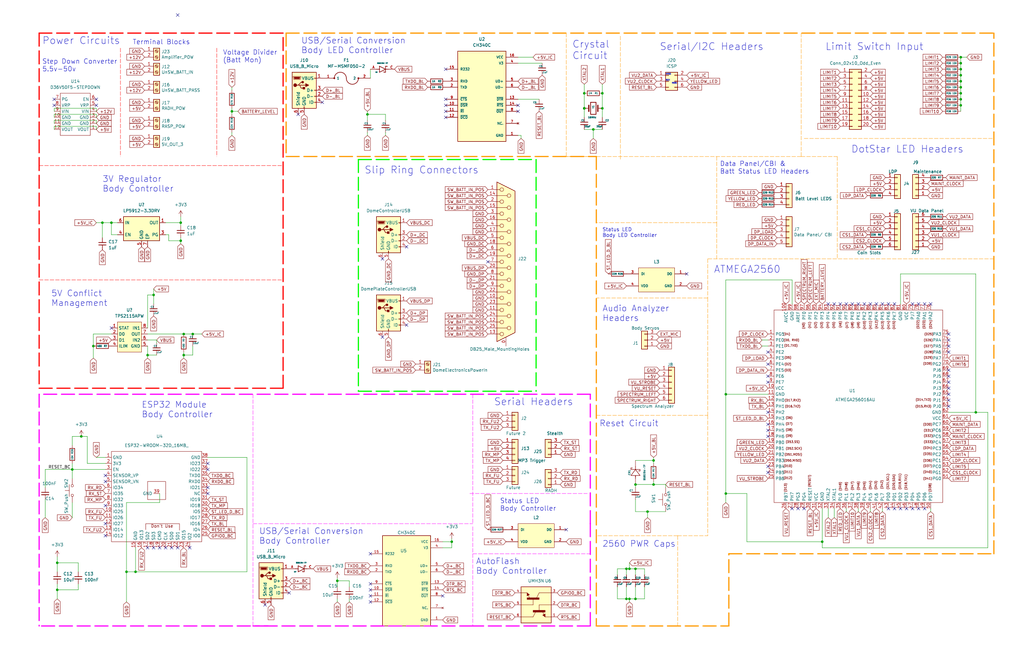
<source format=kicad_sch>
(kicad_sch (version 20211123) (generator eeschema)
  (paper "USLedger")
  (title_block (title "Body Controller") (date "2022-08-25") (rev "1.1") (company "Created by: Greg Hulette") (comment 1 "- ESP-NOW Gateway/Bridge") (comment 2 "- Creates WiFi Network ") (comment 3 "- Controls All Body Servos") (comment 4 "- Controls All Body LEDs"))
  (junction (at 190.5 228.6))
  (junction (at 265.43 240.03))
  (junction (at 62.23 149.86))
  (junction (at 405.13 39.37))
  (junction (at 275.59 194.31))
  (junction (at 250.19 54.61))
  (junction (at 39.37 146.05))
  (junction (at 81.28 140.97))
  (junction (at 77.47 140.97))
  (junction (at 254 45.72))
  (junction (at 24.13 237.49))
  (junction (at 57.15 241.3))
  (junction (at 246.38 39.37))
  (junction (at 267.97 252.73))
  (junction (at 405.13 29.21))
  (junction (at 246.38 45.72))
  (junction (at 30.48 198.12))
  (junction (at 77.47 149.86))
  (junction (at 154.94 48.26))
  (junction (at 246.3862 45.7262))
  (junction (at 53.34 241.3))
  (junction (at 275.59 204.47))
  (junction (at 346.71 228.6))
  (junction (at 306.07 166.37))
  (junction (at 64.77 124.46))
  (junction (at 405.13 26.67))
  (junction (at 254 39.37))
  (junction (at 34.29 184.15))
  (junction (at 405.13 31.75))
  (junction (at 264.16 252.73))
  (junction (at 405.13 36.83))
  (junction (at 46.99 93.98))
  (junction (at 273.05 215.9))
  (junction (at 306.07 208.28))
  (junction (at 405.13 41.91))
  (junction (at 265.43 252.73))
  (junction (at 43.18 93.98))
  (junction (at 76.2 93.98))
  (junction (at 24.13 248.92))
  (junction (at 405.13 44.45))
  (junction (at 411.48 173.99))
  (junction (at 405.13 34.29))
  (junction (at 142.24 245.11))
  (junction (at 76.2 101.6))
  (junction (at 405.13 24.13))
  (junction (at 267.97 240.03))
  (junction (at 97.79 46.99))
  (junction (at 264.16 240.03))
  (junction (at 267.97 204.47))
  (no_connect (at 44.45 226.06))
  (no_connect (at 374.65 214.63))
  (no_connect (at 156.21 248.92))
  (no_connect (at 156.21 254))
  (no_connect (at 156.21 246.38))
  (no_connect (at 156.21 251.46))
  (no_connect (at 156.21 233.68))
  (no_connect (at 186.69 251.46))
  (no_connect (at 44.45 220.98))
  (no_connect (at 187.96 49.53))
  (no_connect (at 187.96 41.91))
  (no_connect (at 44.45 203.2))
  (no_connect (at 400.05 171.45))
  (no_connect (at 377.19 214.63))
  (no_connect (at 67.31 231.14))
  (no_connect (at 69.85 231.14))
  (no_connect (at 72.39 231.14))
  (no_connect (at 74.93 231.14))
  (no_connect (at 62.23 231.14))
  (no_connect (at 64.77 231.14))
  (no_connect (at 87.63 208.28))
  (no_connect (at 87.63 205.74))
  (no_connect (at 87.63 198.12))
  (no_connect (at 87.63 195.58))
  (no_connect (at 44.45 213.36))
  (no_connect (at 80.01 231.14))
  (no_connect (at 40.64 44.45))
  (no_connect (at 40.64 41.91))
  (no_connect (at 22.86 41.91))
  (no_connect (at 22.86 44.45))
  (no_connect (at 238.76 223.52))
  (no_connect (at 44.45 200.66))
  (no_connect (at 379.73 214.63))
  (no_connect (at 187.96 46.99))
  (no_connect (at 187.96 44.45))
  (no_connect (at 135.89 43.18))
  (no_connect (at 289.56 115.57))
  (no_connect (at 74.93 6.35))
  (no_connect (at 46.99 138.43))
  (no_connect (at 218.44 44.45))
  (no_connect (at 323.85 179.07))
  (no_connect (at 205.74 110.49))
  (no_connect (at 161.29 109.22))
  (no_connect (at 171.45 104.14))
  (no_connect (at 171.45 137.16))
  (no_connect (at 161.29 142.24))
  (no_connect (at 187.96 29.21))
  (no_connect (at 121.92 250.19))
  (no_connect (at 111.76 255.27))
  (no_connect (at 382.27 214.63))
  (no_connect (at 400.05 168.91))
  (no_connect (at 349.25 128.27))
  (no_connect (at 351.79 128.27))
  (no_connect (at 323.85 199.39))
  (no_connect (at 323.85 196.85))
  (no_connect (at 323.85 161.29))
  (no_connect (at 323.85 158.75))
  (no_connect (at 339.09 214.63))
  (no_connect (at 336.55 214.63))
  (no_connect (at 334.01 214.63))
  (no_connect (at 323.85 184.15))
  (no_connect (at 323.85 181.61))
  (no_connect (at 323.85 173.99))
  (no_connect (at 323.85 153.67))
  (no_connect (at 323.85 148.59))
  (no_connect (at 384.81 214.63))
  (no_connect (at 400.05 148.59))
  (no_connect (at 389.89 214.63))
  (no_connect (at 387.35 214.63))
  (no_connect (at 384.81 128.27))
  (no_connect (at 389.89 128.27))
  (no_connect (at 392.43 128.27))
  (no_connect (at 387.35 128.27))
  (no_connect (at 400.05 140.97))
  (no_connect (at 400.05 143.51))
  (no_connect (at 400.05 146.05))
  (no_connect (at 400.05 156.21))
  (no_connect (at 400.05 158.75))
  (no_connect (at 400.05 161.29))
  (no_connect (at 400.05 163.83))
  (no_connect (at 400.05 166.37))
  (no_connect (at 354.33 128.27))
  (no_connect (at 356.87 128.27))
  (no_connect (at 372.11 128.27))
  (no_connect (at 374.65 128.27))
  (no_connect (at 377.19 128.27))
  (no_connect (at 359.41 128.27))
  (no_connect (at 361.95 128.27))
  (no_connect (at 364.49 128.27))
  (no_connect (at 367.03 128.27))
  (no_connect (at 369.57 128.27))
  (no_connect (at 218.44 46.99))
  (no_connect (at 125.73 48.26))
  (wire (pts (xy 367.03 215.9) (xy 367.03 214.63)))
  (wire (pts (xy 43.18 93.98) (xy 46.99 93.98)))
  (wire (pts (xy 264.16 252.73) (xy 265.43 252.73)))
  (wire (pts (xy 71.12 99.06) (xy 71.12 101.6)))
  (wire (pts (xy 81.28 146.05) (xy 81.28 149.86)))
  (wire (pts (xy 273.05 215.9) (xy 267.97 215.9)))
  (polyline (pts (xy 298.45 125.73) (xy 298.45 175.26)) (stroke (width 0) (color 255 153 0 1)))
  (wire (pts (xy 405.13 31.75) (xy 405.13 34.29)))
  (wire (pts (xy 49.53 99.06) (xy 46.99 99.06)))
  (wire (pts (xy 267.97 194.31) (xy 275.59 194.31)))
  (wire (pts (xy 265.43 252.73) (xy 267.97 252.73)))
  (polyline (pts (xy 50.8 20.32) (xy 50.8 66.04)) (stroke (width 0) (color 255 0 0 1)))
  (wire (pts (xy 411.48 173.99) (xy 416.56 173.99)))
  (wire (pts (xy 190.5 228.6) (xy 190.5 227.33)))
  (wire (pts (xy 351.79 218.44) (xy 351.79 214.63)))
  (wire (pts (xy 154.94 46.99) (xy 154.94 48.26)))
  (wire (pts (xy 405.13 26.67) (xy 405.13 29.21)))
  (wire (pts (xy 154.94 55.88) (xy 154.94 57.15)))
  (polyline (pts (xy 120.65 13.97) (xy 120.65 66.04)) (stroke (width 0.5) (color 255 153 0 1)))
  (wire (pts (xy 76.2 100.33) (xy 76.2 101.6)))
  (wire (pts (xy 64.77 121.92) (xy 64.77 124.46)))
  (wire (pts (xy 77.47 149.86) (xy 77.47 151.13)))
  (wire (pts (xy 24.13 248.92) (xy 24.13 252.73)))
  (wire (pts (xy 246.38 45.72) (xy 246.3862 45.7262)))
  (wire (pts (xy 321.31 143.51) (xy 323.85 143.51)))
  (polyline (pts (xy 16.51 163.83) (xy 119.38 163.83)) (stroke (width 0.5) (color 255 0 0 1)))
  (wire (pts (xy 265.43 240.03) (xy 267.97 240.03)))
  (polyline (pts (xy 419.1 233.68) (xy 419.1 13.97)) (stroke (width 0.5) (color 255 153 0 1)))
  (polyline (pts (xy 248.92 264.16) (xy 199.39 264.16)) (stroke (width 0.5) (color 255 0 255 1)))
  (wire (pts (xy 267.97 204.47) (xy 267.97 205.74)))
  (wire (pts (xy 64.77 124.46) (xy 64.77 128.27)))
  (wire (pts (xy 69.85 93.98) (xy 76.2 93.98)))
  (wire (pts (xy 85.09 140.97) (xy 81.28 140.97)))
  (polyline (pts (xy 248.92 166.37) (xy 16.51 166.37)) (stroke (width 0.5) (color 255 0 255 1)))
  (wire (pts (xy 43.18 100.33) (xy 43.18 93.98)))
  (wire (pts (xy 22.86 48.26) (xy 40.64 48.26)))
  (wire (pts (xy 40.64 45.72) (xy 40.64 46.99)))
  (wire (pts (xy 254 39.37) (xy 254 45.72)))
  (polyline (pts (xy 113.03 264.16) (xy 16.51 264.16)) (stroke (width 0.5) (color 255 0 255 1)))
  (wire (pts (xy 19.05 198.12) (xy 30.48 198.12)))
  (wire (pts (xy 19.05 210.82) (xy 19.05 218.44)))
  (wire (pts (xy 69.85 99.06) (xy 71.12 99.06)))
  (wire (pts (xy 416.56 231.14) (xy 346.71 231.14)))
  (wire (pts (xy 246.38 39.37) (xy 246.38 45.72)))
  (wire (pts (xy 154.94 48.26) (xy 154.94 50.8)))
  (polyline (pts (xy 248.92 220.98) (xy 248.92 264.16)) (stroke (width 0.5) (color 255 0 255 1)))
  (wire (pts (xy 62.23 124.46) (xy 62.23 138.43)))
  (wire (pts (xy 219.71 57.15) (xy 219.71 58.42)))
  (wire (pts (xy 53.34 212.09) (xy 53.34 241.3)))
  (wire (pts (xy 33.02 241.3) (xy 33.02 237.49)))
  (polyline (pts (xy 238.76 66.04) (xy 251.46 66.04)) (stroke (width 0) (color 255 153 0 1)))
  (wire (pts (xy 218.44 57.15) (xy 219.71 57.15)))
  (wire (pts (xy 162.56 48.26) (xy 154.94 48.26)))
  (wire (pts (xy 267.97 215.9) (xy 267.97 210.82)))
  (wire (pts (xy 218.44 24.13) (xy 224.79 24.13)))
  (polyline (pts (xy 106.68 220.98) (xy 199.39 220.98)) (stroke (width 0) (color 255 0 255 1)))
  (wire (pts (xy 356.87 215.9) (xy 356.87 214.63)))
  (wire (pts (xy 405.13 24.13) (xy 407.67 24.13)))
  (wire (pts (xy 66.04 143.51) (xy 66.04 144.78)))
  (wire (pts (xy 306.07 118.11) (xy 306.07 166.37)))
  (wire (pts (xy 76.2 101.6) (xy 76.2 102.87)))
  (wire (pts (xy 77.47 148.59) (xy 77.47 149.86)))
  (polyline (pts (xy 199.39 166.37) (xy 199.39 220.98)) (stroke (width 0) (color 255 0 255 1)))
  (wire (pts (xy 186.69 231.14) (xy 190.5 231.14)))
  (polyline (pts (xy 16.51 118.11) (xy 119.38 118.11)) (stroke (width 0) (color 255 0 0 1)))
  (wire (pts (xy 379.73 128.27) (xy 379.73 115.57)))
  (polyline (pts (xy 302.26 66.04) (xy 302.26 93.98)) (stroke (width 0) (color 255 153 0 1)))
  (polyline (pts (xy 337.82 66.04) (xy 353.06 66.04)) (stroke (width 0) (color 255 153 0 1)))
  (wire (pts (xy 346.71 231.14) (xy 346.71 228.6)))
  (wire (pts (xy 22.86 49.53) (xy 22.86 48.26)))
  (polyline (pts (xy 16.51 69.85) (xy 119.38 69.85)) (stroke (width 0) (color 255 0 0 1)))
  (polyline (pts (xy 251.46 264.16) (xy 307.34 264.16)) (stroke (width 0.5) (type dash) (color 255 153 0 1)))
  (wire (pts (xy 46.99 99.06) (xy 46.99 93.98)))
  (wire (pts (xy 22.86 54.61) (xy 22.86 53.34)))
  (polyline (pts (xy 285.75 226.06) (xy 298.45 226.06)) (stroke (width 0) (color 255 153 0 1)))
  (polyline (pts (xy 251.46 66.04) (xy 251.46 264.16)) (stroke (width 0.5) (type dash) (color 255 153 0 1)))
  (wire (pts (xy 67.31 212.09) (xy 53.34 212.09)))
  (wire (pts (xy 22.86 52.07) (xy 22.86 50.8)))
  (wire (pts (xy 147.32 252.73) (xy 147.32 254)))
  (wire (pts (xy 57.15 241.3) (xy 53.34 241.3)))
  (wire (pts (xy 271.78 247.65) (xy 271.78 252.73)))
  (polyline (pts (xy 298.45 109.22) (xy 298.45 125.73)) (stroke (width 0) (color 255 153 0 1)))
  (wire (pts (xy 147.32 247.65) (xy 147.32 245.11)))
  (wire (pts (xy 40.64 48.26) (xy 40.64 49.53)))
  (wire (pts (xy 40.64 53.34) (xy 40.64 54.61)))
  (wire (pts (xy 186.69 228.6) (xy 190.5 228.6)))
  (wire (pts (xy 142.24 245.11) (xy 142.24 247.65)))
  (polyline (pts (xy 298.45 125.73) (xy 251.46 125.73)) (stroke (width 0) (color 255 153 0 1)))
  (wire (pts (xy 321.31 146.05) (xy 323.85 146.05)))
  (wire (pts (xy 40.64 93.98) (xy 43.18 93.98)))
  (wire (pts (xy 24.13 246.38) (xy 24.13 248.92)))
  (wire (pts (xy 97.79 45.72) (xy 97.79 46.99)))
  (wire (pts (xy 411.48 115.57) (xy 411.48 173.99)))
  (polyline (pts (xy 298.45 175.26) (xy 298.45 226.06)) (stroke (width 0) (color 255 153 0 1)))
  (wire (pts (xy 265.43 237.49) (xy 265.43 240.03)))
  (wire (pts (xy 267.97 240.03) (xy 267.97 242.57)))
  (polyline (pts (xy 226.06 67.31) (xy 226.06 165.1)) (stroke (width 0.5) (color 0 255 0 1)))
  (wire (pts (xy 273.05 215.9) (xy 280.67 215.9)))
  (polyline (pts (xy 91.44 20.32) (xy 91.44 66.04)) (stroke (width 0) (color 255 0 0 1)))
  (wire (pts (xy 306.07 208.28) (xy 306.07 212.09)))
  (polyline (pts (xy 120.65 66.04) (xy 251.46 66.04)) (stroke (width 0.5) (color 255 153 0 1)))
  (polyline (pts (xy 307.34 264.16) (xy 307.34 233.68)) (stroke (width 0.5) (color 255 153 0 1)))
  (wire (pts (xy 250.19 54.61) (xy 250.19 58.42)))
  (wire (pts (xy 246.38 45.72) (xy 246.38 49.53)))
  (wire (pts (xy 405.13 41.91) (xy 405.13 44.45)))
  (wire (pts (xy 77.47 140.97) (xy 62.23 140.97)))
  (polyline (pts (xy 151.13 67.31) (xy 151.13 165.1)) (stroke (width 0.5) (color 0 255 0 1)))
  (wire (pts (xy 62.23 149.86) (xy 62.23 146.05)))
  (wire (pts (xy 280.67 205.74) (xy 280.67 204.47)))
  (wire (pts (xy 22.86 53.34) (xy 40.64 53.34)))
  (wire (pts (xy 218.44 26.67) (xy 228.6 26.67)))
  (polyline (pts (xy 353.06 66.04) (xy 353.06 109.22)) (stroke (width 0) (color 255 153 0 1)))
  (wire (pts (xy 62.23 124.46) (xy 64.77 124.46)))
  (wire (pts (xy 162.56 50.8) (xy 162.56 48.26)))
  (polyline (pts (xy 119.38 163.83) (xy 119.38 13.97)) (stroke (width 0.5) (color 255 0 0 1)))
  (wire (pts (xy 260.35 240.03) (xy 264.16 240.03)))
  (wire (pts (xy 254 35.56) (xy 254 39.37)))
  (wire (pts (xy 372.11 215.9) (xy 372.11 214.63)))
  (polyline (pts (xy 285.75 226.06) (xy 285.75 264.16)) (stroke (width 0) (color 255 153 0 1)))
  (wire (pts (xy 264.16 247.65) (xy 264.16 252.73)))
  (wire (pts (xy 306.07 166.37) (xy 306.07 208.28)))
  (wire (pts (xy 22.86 45.72) (xy 40.64 45.72)))
  (polyline (pts (xy 120.65 13.97) (xy 419.1 13.97)) (stroke (width 0.5) (color 255 153 0 1)))
  (polyline (pts (xy 16.51 166.37) (xy 16.51 264.16)) (stroke (width 0.5) (color 255 0 255 1)))
  (wire (pts (xy 264.16 240.03) (xy 264.16 242.57)))
  (wire (pts (xy 267.97 247.65) (xy 267.97 252.73)))
  (wire (pts (xy 22.86 46.99) (xy 22.86 45.72)))
  (wire (pts (xy 46.99 93.98) (xy 49.53 93.98)))
  (wire (pts (xy 62.23 143.51) (xy 66.04 143.51)))
  (wire (pts (xy 81.28 149.86) (xy 77.47 149.86)))
  (wire (pts (xy 246.38 35.56) (xy 246.38 39.37)))
  (polyline (pts (xy 337.82 13.97) (xy 337.82 66.04)) (stroke (width 0) (color 255 153 0 1)))
  (wire (pts (xy 260.35 247.65) (xy 260.35 252.73)))
  (wire (pts (xy 142.24 252.73) (xy 142.24 254)))
  (wire (pts (xy 260.35 240.03) (xy 260.35 242.57)))
  (wire (pts (xy 39.37 140.97) (xy 39.37 146.05)))
  (wire (pts (xy 405.13 24.13) (xy 405.13 26.67)))
  (wire (pts (xy 30.48 212.09) (xy 30.48 218.44)))
  (wire (pts (xy 44.45 193.04) (xy 40.64 193.04)))
  (wire (pts (xy 19.05 205.74) (xy 19.05 198.12)))
  (wire (pts (xy 405.13 44.45) (xy 405.13 46.99)))
  (wire (pts (xy 39.37 146.05) (xy 39.37 151.13)))
  (wire (pts (xy 30.48 187.96) (xy 30.48 184.15)))
  (polyline (pts (xy 339.09 58.42) (xy 419.1 58.42)) (stroke (width 0) (color 255 153 0 1)))
  (wire (pts (xy 306.07 166.37) (xy 323.85 166.37)))
  (wire (pts (xy 33.02 246.38) (xy 33.02 248.92)))
  (wire (pts (xy 97.79 57.15) (xy 97.79 55.88)))
  (wire (pts (xy 275.59 193.04) (xy 275.59 194.31)))
  (wire (pts (xy 36.83 184.15) (xy 36.83 195.58)))
  (wire (pts (xy 405.13 36.83) (xy 405.13 39.37)))
  (wire (pts (xy 24.13 234.95) (xy 24.13 237.49)))
  (wire (pts (xy 379.73 115.57) (xy 411.48 115.57)))
  (wire (pts (xy 104.14 193.04) (xy 104.14 241.3)))
  (polyline (pts (xy 198.12 208.28) (xy 247.65 208.28)) (stroke (width 0) (color 255 0 255 1)))
  (wire (pts (xy 314.96 228.6) (xy 314.96 208.28)))
  (wire (pts (xy 250.19 54.61) (xy 254 54.61)))
  (wire (pts (xy 314.96 208.28) (xy 306.07 208.28)))
  (wire (pts (xy 267.97 204.47) (xy 275.59 204.47)))
  (wire (pts (xy 71.12 101.6) (xy 76.2 101.6)))
  (polyline (pts (xy 419.1 109.22) (xy 298.45 109.22)) (stroke (width 0) (color 255 153 0 1)))
  (wire (pts (xy 30.48 184.15) (xy 34.29 184.15)))
  (polyline (pts (xy 337.82 66.04) (xy 238.76 66.04)) (stroke (width 0) (color 255 153 0 1)))
  (polyline (pts (xy 16.51 166.37) (xy 16.51 166.37)) (stroke (width 0.5) (color 255 0 255 1)))
  (polyline (pts (xy 151.13 165.1) (xy 226.06 165.1)) (stroke (width 0.5) (color 0 255 0 1)))
  (wire (pts (xy 104.14 241.3) (xy 57.15 241.3)))
  (polyline (pts (xy 199.39 222.25) (xy 199.39 264.16)) (stroke (width 0) (color 255 0 255 1)))
  (wire (pts (xy 405.13 34.29) (xy 405.13 36.83)))
  (wire (pts (xy 40.64 50.8) (xy 40.64 52.07)))
  (wire (pts (xy 36.83 195.58) (xy 44.45 195.58)))
  (wire (pts (xy 349.25 218.44) (xy 349.25 214.63)))
  (polyline (pts (xy 302.26 93.98) (xy 251.46 93.98)) (stroke (width 0) (color 255 153 0 1)))
  (wire (pts (xy 275.59 204.47) (xy 280.67 204.47)))
  (wire (pts (xy 142.24 243.84) (xy 142.24 245.11)))
  (wire (pts (xy 147.32 245.11) (xy 142.24 245.11)))
  (wire (pts (xy 81.28 140.97) (xy 77.47 140.97)))
  (wire (pts (xy 30.48 198.12) (xy 44.45 198.12)))
  (wire (pts (xy 265.43 252.73) (xy 265.43 254)))
  (polyline (pts (xy 16.51 13.97) (xy 16.51 163.83)) (stroke (width 0.5) (color 255 0 0 1)))
  (wire (pts (xy 260.35 252.73) (xy 264.16 252.73)))
  (wire (pts (xy 271.78 240.03) (xy 271.78 242.57)))
  (wire (pts (xy 97.79 46.99) (xy 97.79 48.26)))
  (wire (pts (xy 334.01 118.11) (xy 306.07 118.11)))
  (wire (pts (xy 334.01 128.27) (xy 334.01 118.11)))
  (wire (pts (xy 227.33 41.91) (xy 218.44 41.91)))
  (polyline (pts (xy 251.46 175.26) (xy 298.45 175.26)) (stroke (width 0) (color 255 153 0 1)))
  (wire (pts (xy 24.13 237.49) (xy 33.02 237.49)))
  (wire (pts (xy 36.83 184.15) (xy 34.29 184.15)))
  (wire (pts (xy 87.63 193.04) (xy 104.14 193.04)))
  (wire (pts (xy 405.13 29.21) (xy 405.13 31.75)))
  (wire (pts (xy 30.48 195.58) (xy 30.48 198.12)))
  (polyline (pts (xy 261.62 15.24) (xy 261.62 67.31)) (stroke (width 0) (color 255 153 0 1)))
  (wire (pts (xy 22.86 50.8) (xy 40.64 50.8)))
  (wire (pts (xy 275.59 194.31) (xy 275.59 195.58)))
  (wire (pts (xy 76.2 93.98) (xy 76.2 95.25)))
  (wire (pts (xy 62.23 151.13) (xy 62.23 149.86)))
  (wire (pts (xy 162.56 55.88) (xy 162.56 57.15)))
  (wire (pts (xy 24.13 237.49) (xy 24.13 241.3)))
  (wire (pts (xy 392.43 215.9) (xy 392.43 214.63)))
  (wire (pts (xy 416.56 173.99) (xy 416.56 231.14)))
  (wire (pts (xy 275.59 204.47) (xy 275.59 203.2)))
  (polyline (pts (xy 302.26 93.98) (xy 302.26 109.22)) (stroke (width 0) (color 255 153 0 1)))
  (wire (pts (xy 267.97 252.73) (xy 271.78 252.73)))
  (wire (pts (xy 30.48 198.12) (xy 30.48 201.93)))
  (wire (pts (xy 254 45.72) (xy 254 49.53)))
  (wire (pts (xy 400.05 173.99) (xy 411.48 173.99)))
  (wire (pts (xy 190.5 231.14) (xy 190.5 228.6)))
  (wire (pts (xy 246.38 54.61) (xy 250.19 54.61)))
  (wire (pts (xy 33.02 248.92) (xy 24.13 248.92)))
  (polyline (pts (xy 151.13 67.31) (xy 226.06 67.31)) (stroke (width 0.5) (color 0 255 0 1)))
  (wire (pts (xy 57.15 231.14) (xy 57.15 241.3)))
  (wire (pts (xy 405.13 39.37) (xy 405.13 41.91)))
  (polyline (pts (xy 285.75 226.06) (xy 251.46 226.06)) (stroke (width 0) (color 255 153 0 1)))
  (wire (pts (xy 97.79 36.83) (xy 97.79 38.1)))
  (polyline (pts (xy 238.76 13.97) (xy 238.76 66.04)) (stroke (width 0) (color 255 153 0 1)))
  (wire (pts (xy 264.16 240.03) (xy 265.43 240.03)))
  (wire (pts (xy 361.95 215.9) (xy 361.95 214.63)))
  (polyline (pts (xy 307.34 233.68) (xy 419.1 233.68)) (stroke (width 0.5) (color 255 153 0 1)))
  (wire (pts (xy 97.79 46.99) (xy 100.33 46.99)))
  (polyline (pts (xy 119.38 13.97) (xy 16.51 13.97)) (stroke (width 0.5) (color 255 0 0 1)))
  (polyline (pts (xy 106.68 166.37) (xy 106.68 264.16)) (stroke (width 0) (color 255 0 255 1)))
  (wire (pts (xy 267.97 240.03) (xy 271.78 240.03)))
  (polyline (pts (xy 199.39 264.16) (xy 106.68 264.16)) (stroke (width 0.5) (color 255 0 255 1)))
  (polyline (pts (xy 199.39 233.68) (xy 248.92 233.68)) (stroke (width 0) (color 255 0 255 1)))
  (polyline (pts (xy 248.92 220.98) (xy 248.92 166.37)) (stroke (width 0.5) (color 255 0 255 1)))
  (wire (pts (xy 62.23 149.86) (xy 66.04 149.86)))
  (wire (pts (xy 67.31 208.28) (xy 67.31 212.09)))
  (wire (pts (xy 53.34 241.3) (xy 53.34 254)))
  (wire (pts (xy 273.05 215.9) (xy 273.05 218.44)))
  (wire (pts (xy 46.99 140.97) (xy 39.37 140.97)))
  (wire (pts (xy 346.71 228.6) (xy 314.96 228.6)))
  (wire (pts (xy 346.71 214.63) (xy 346.71 228.6)))
  (wire (pts (xy 156.21 29.21) (xy 156.21 33.02)))
  (wire (pts (xy 76.2 91.44) (xy 76.2 93.98)))
  (text "MISO" (at 280.67 31.75 0) (effects (font (size 0.6 0.6)) (justify left bottom)))
  (text "Status LED \nBody Controller" (at 210.82 215.9 0) (effects (font (size 2 2)) (justify left bottom)))
  (text "Limit Switch Input" (at 347.98 21.59 0) (effects (font (size 3 3)) (justify left bottom)))
  (text "ESP32 Module \nBody Controller" (at 59.69 176.53 0) (effects (font (size 2.54 2.54)) (justify left bottom)))
  (text "Serial/I2C Headers" (at 278.13 21.59 0) (effects (font (size 3 3)) (justify left bottom)))
  (text "Voltage Divider \n(Batt Mon)" (at 93.98 26.67 0) (effects (font (size 2 2)) (justify left bottom)))
  (text "3V Regulator\nBody Controller\n" (at 43.18 81.28 0) (effects (font (size 2.54 2.54)) (justify left bottom)))
  (text "Slip Ring Connectors" (at 153.67 73.66 0) (effects (font (size 3 3)) (justify left bottom)))
  (text "2560 PWR Caps" (at 254 231.14 0) (effects (font (size 2.54 2.54)) (justify left bottom)))
  (text "Power Circuits" (at 17.78 19.05 0) (effects (font (size 3 3)) (justify left bottom)))
  (text "Step Down Converter\n5.5v-50v" (at 17.78 30.48 0) (effects (font (size 2 2)) (justify left bottom)))
  (text "AutoFlash\nBody Controller" (at 200.66 242.57 0) (effects (font (size 2.54 2.54)) (justify left bottom)))
  (text "Crystal \nCircuit" (at 241.3 25.4 0) (effects (font (size 3 3)) (justify left bottom)))
  (text "Status LED\nBody LED Controller" (at 254 100.33 0) (effects (font (size 1.5 1.5)) (justify left bottom)))
  (text "USB/Serial Conversion \nBody Controller" (at 109.22 229.87 0) (effects (font (size 2.54 2.54)) (justify left bottom)))
  (text "SCK" (at 280.67 34.29 0) (effects (font (size 0.6 0.6)) (justify left bottom)))
  (text "MOSI" (at 283.21 35.56 0) (effects (font (size 0.6 0.6)) (justify left bottom)))
  (text "Reset Circuit" (at 252.73 180.34 0) (effects (font (size 2.54 2.54)) (justify left bottom)))
  (text "Data Panel/CBI & \nBatt Status LED Headers" (at 303.53 73.66 0) (effects (font (size 2 2)) (justify left bottom)))
  (text "ATMEGA2560" (at 300.99 115.57 0) (effects (font (size 3 3)) (justify left bottom)))
  (text "5V Conflict \nManagement" (at 21.59 129.54 0) (effects (font (size 2.54 2.54)) (justify left bottom)))
  (text "DotStar LED Headers" (at 358.8787 64.8521 0) (effects (font (size 3 3)) (justify left bottom)))
  (text "Audio Analyzer\nHeaders" (at 254 135.89 0) (effects (font (size 2.54 2.54)) (justify left bottom)))
  (text "USB/Serial Conversion \nBody LED Controller" (at 127 22.86 0) (effects (font (size 2.54 2.54)) (justify left bottom)))
  (text "Serial Headers" (at 208.28 171.45 0) (effects (font (size 3 3)) (justify left bottom)))
  (text "Terminal Blocks" (at 55.88 19.05 0) (effects (font (size 2 2)) (justify left bottom)))
  (label "RESET_BC" (at 20.32 198.12 0))
  (global_label "+5V_IC" (shape input) (at 224.79 24.13 0) (property "Intersheet References" "${INTERSHEET_REFS}" (effects hide)))
  (global_label "RX_MP" (shape input) (at 44.45 210.82 180) (property "Intersheet References" "${INTERSHEET_REFS}" (effects hide)))
  (global_label "+5V" (shape input) (at 46.99 143.51 180) (property "Intersheet References" "${INTERSHEET_REFS}" (effects hide)))
  (global_label "+5V" (shape input) (at 327.66 95.25 180) (property "Intersheet References" "${INTERSHEET_REFS}" (effects hide)))
  (global_label "GND" (shape input) (at 205.74 90.17 180) (property "Intersheet References" "${INTERSHEET_REFS}" (effects hide)))
  (global_label "D+_BL" (shape input) (at 135.89 38.1 0) (property "Intersheet References" "${INTERSHEET_REFS}" (effects hide)))
  (global_label "LIMIT4" (shape input) (at 397.51 31.75 180) (property "Intersheet References" "${INTERSHEET_REFS}" (effects hide)))
  (global_label "GND" (shape input) (at 205.74 92.71 180) (property "Intersheet References" "${INTERSHEET_REFS}" (effects hide)))
  (global_label "TX_FU2" (shape input) (at 44.45 223.52 180) (property "Intersheet References" "${INTERSHEET_REFS}" (effects hide)))
  (global_label "LIMIT4" (shape input) (at 354.33 38.1 180) (property "Intersheet References" "${INTERSHEET_REFS}" (effects hide)))
  (global_label "VU1_DATA" (shape input) (at 361.95 215.9 270) (property "Intersheet References" "${INTERSHEET_REFS}" (effects hide)))
  (global_label "VU1_CLOCK" (shape input) (at 356.87 215.9 270) (property "Intersheet References" "${INTERSHEET_REFS}" (effects hide)))
  (global_label "RX_MP" (shape input) (at 212.09 191.77 180) (property "Intersheet References" "${INTERSHEET_REFS}" (effects hide)))
  (global_label "ST_LED_D_BL" (shape input) (at 323.85 176.53 180) (property "Intersheet References" "${INTERSHEET_REFS}" (effects hide)))
  (global_label "+5V" (shape input) (at 212.09 189.23 180) (property "Intersheet References" "${INTERSHEET_REFS}" (effects hide)))
  (global_label "TX_RD" (shape input) (at 236.22 199.39 0) (property "Intersheet References" "${INTERSHEET_REFS}" (effects hide)))
  (global_label "+5V" (shape input) (at 276.86 143.51 0) (property "Intersheet References" "${INTERSHEET_REFS}" (effects hide)))
  (global_label "BATTERY_LEVEL" (shape input) (at 100.33 46.99 0) (property "Intersheet References" "${INTERSHEET_REFS}" (effects hide)))
  (global_label "LIMIT1" (shape input) (at 354.33 30.48 180) (property "Intersheet References" "${INTERSHEET_REFS}" (effects hide)))
  (global_label "GND" (shape input) (at 147.32 254 270) (property "Intersheet References" "${INTERSHEET_REFS}" (effects hide)))
  (global_label "GND_DC" (shape input) (at 205.74 102.87 180) (property "Intersheet References" "${INTERSHEET_REFS}" (effects hide)))
  (global_label "GND" (shape input) (at 219.71 58.42 270) (property "Intersheet References" "${INTERSHEET_REFS}" (effects hide)))
  (global_label "GND" (shape input) (at 186.69 261.62 0) (property "Intersheet References" "${INTERSHEET_REFS}" (effects hide)))
  (global_label "CS2_DATA" (shape input) (at 365.76 104.14 180) (property "Intersheet References" "${INTERSHEET_REFS}" (effects hide)))
  (global_label "VU_RESET" (shape input) (at 278.13 163.83 180) (property "Intersheet References" "${INTERSHEET_REFS}" (effects hide)))
  (global_label "+5V" (shape input) (at 60.96 60.96 180) (property "Intersheet References" "${INTERSHEET_REFS}" (effects hide)))
  (global_label "+5V_IC" (shape input) (at 323.85 163.83 180) (property "Intersheet References" "${INTERSHEET_REFS}" (effects hide)))
  (global_label "LIMIT7" (shape input) (at 400.05 201.93 0) (property "Intersheet References" "${INTERSHEET_REFS}" (effects hide)))
  (global_label "VBUS" (shape input) (at 66.04 143.51 0) (property "Intersheet References" "${INTERSHEET_REFS}" (effects hide)))
  (global_label "GND" (shape input) (at 62.23 104.14 270) (property "Intersheet References" "${INTERSHEET_REFS}" (effects hide)))
  (global_label "GND" (shape input) (at 205.74 97.79 180) (property "Intersheet References" "${INTERSHEET_REFS}" (effects hide)))
  (global_label "GND" (shape input) (at 162.56 57.15 270) (property "Intersheet References" "${INTERSHEET_REFS}" (effects hide)))
  (global_label "CS2_CLOCK" (shape input) (at 367.03 215.9 270) (property "Intersheet References" "${INTERSHEET_REFS}" (effects hide)))
  (global_label "XTAL1" (shape input) (at 351.79 218.44 270) (property "Intersheet References" "${INTERSHEET_REFS}" (effects hide)))
  (global_label "GREEN_LED" (shape input) (at 323.85 186.69 180) (property "Intersheet References" "${INTERSHEET_REFS}" (effects hide)))
  (global_label "DTR_BC" (shape input) (at 217.17 250.19 180) (property "Intersheet References" "${INTERSHEET_REFS}" (effects hide)))
  (global_label "LIMIT3" (shape input) (at 400.05 186.69 0) (property "Intersheet References" "${INTERSHEET_REFS}" (effects hide)))
  (global_label "TX_ST" (shape input) (at 236.22 186.69 0) (property "Intersheet References" "${INTERSHEET_REFS}" (effects hide)))
  (global_label "RX_FU" (shape input) (at 44.45 215.9 180) (property "Intersheet References" "${INTERSHEET_REFS}" (effects hide)))
  (global_label "RESET_BL" (shape input) (at 341.63 214.63 270) (property "Intersheet References" "${INTERSHEET_REFS}" (effects hide)))
  (global_label "D+_DC" (shape input) (at 205.74 107.95 180) (property "Intersheet References" "${INTERSHEET_REFS}" (effects hide)))
  (global_label "D-_DC" (shape input) (at 205.74 105.41 180) (property "Intersheet References" "${INTERSHEET_REFS}" (effects hide)))
  (global_label "GND_DC" (shape input) (at 163.83 109.22 270) (property "Intersheet References" "${INTERSHEET_REFS}" (effects hide)))
  (global_label "VBUS_DP" (shape input) (at 205.74 113.03 180) (property "Intersheet References" "${INTERSHEET_REFS}" (effects hide)))
  (global_label "+5V_IC" (shape input) (at 264.16 120.65 180) (property "Intersheet References" "${INTERSHEET_REFS}" (effects hide)))
  (global_label "RESET_BL" (shape input) (at 87.63 223.52 0) (property "Intersheet References" "${INTERSHEET_REFS}" (effects hide)))
  (global_label "GND" (shape input) (at 327.66 92.71 180) (property "Intersheet References" "${INTERSHEET_REFS}" (effects hide)))
  (global_label "+5V" (shape input) (at 367.03 40.64 0) (property "Intersheet References" "${INTERSHEET_REFS}" (effects hide)))
  (global_label "GREEN_LED" (shape input) (at 320.04 81.28 180) (property "Intersheet References" "${INTERSHEET_REFS}" (effects hide)))
  (global_label "TX_FU" (shape input) (at 44.45 218.44 180) (property "Intersheet References" "${INTERSHEET_REFS}" (effects hide)))
  (global_label "GND" (shape input) (at 40.64 193.04 90) (property "Intersheet References" "${INTERSHEET_REFS}" (effects hide)))
  (global_label "RESET_BL" (shape input) (at 280.67 204.47 0) (property "Intersheet References" "${INTERSHEET_REFS}" (effects hide)))
  (global_label "+5V" (shape input) (at 60.96 45.72 180) (property "Intersheet References" "${INTERSHEET_REFS}" (effects hide)))
  (global_label "+5V_IC" (shape input) (at 40.64 93.98 180) (property "Intersheet References" "${INTERSHEET_REFS}" (effects hide)))
  (global_label "LIMIT10" (shape input) (at 359.41 214.63 270) (property "Intersheet References" "${INTERSHEET_REFS}" (effects hide)))
  (global_label "+5V" (shape input) (at 367.03 45.72 0) (property "Intersheet References" "${INTERSHEET_REFS}" (effects hide)))
  (global_label "MAINT_CLOCK" (shape input) (at 391.16 77.47 0) (property "Intersheet References" "${INTERSHEET_REFS}" (effects hide)))
  (global_label "LIMIT8" (shape input) (at 354.33 48.26 180) (property "Intersheet References" "${INTERSHEET_REFS}" (effects hide)))
  (global_label "+5V" (shape input) (at 60.96 53.34 180) (property "Intersheet References" "${INTERSHEET_REFS}" (effects hide)))
  (global_label "LIMIT5" (shape input) (at 400.05 196.85 0) (property "Intersheet References" "${INTERSHEET_REFS}" (effects hide)))
  (global_label "LIMIT10" (shape input) (at 397.51 46.99 180) (property "Intersheet References" "${INTERSHEET_REFS}" (effects hide)))
  (global_label "RTS_BC" (shape input) (at 217.17 255.27 180) (property "Intersheet References" "${INTERSHEET_REFS}" (effects hide)))
  (global_label "SPECTRUM_RIGHT" (shape input) (at 339.09 128.27 90) (property "Intersheet References" "${INTERSHEET_REFS}" (effects hide)))
  (global_label "GND" (shape input) (at 76.2 102.87 270) (property "Intersheet References" "${INTERSHEET_REFS}" (effects hide)))
  (global_label "VU2_DATA" (shape input) (at 398.78 91.44 0) (property "Intersheet References" "${INTERSHEET_REFS}" (effects hide)))
  (global_label "LIMIT7" (shape input) (at 354.33 45.72 180) (property "Intersheet References" "${INTERSHEET_REFS}" (effects hide)))
  (global_label "VU2_CLOCK" (shape input) (at 276.86 34.29 180) (property "Intersheet References" "${INTERSHEET_REFS}" (effects hide)))
  (global_label "GND" (shape input) (at 60.96 35.56 180) (property "Intersheet References" "${INTERSHEET_REFS}" (effects hide)))
  (global_label "CS2_DATA" (shape input) (at 372.11 215.9 270) (property "Intersheet References" "${INTERSHEET_REFS}" (effects hide)))
  (global_label "GND" (shape input) (at 228.6 31.75 270) (property "Intersheet References" "${INTERSHEET_REFS}" (effects hide)))
  (global_label "VBUS" (shape input) (at 166.37 29.21 0) (property "Intersheet References" "${INTERSHEET_REFS}" (effects hide)))
  (global_label "+5V_IC" (shape input) (at 382.27 128.27 90) (property "Intersheet References" "${INTERSHEET_REFS}" (effects hide)))
  (global_label "TX_RD" (shape input) (at 87.63 218.44 0) (property "Intersheet References" "${INTERSHEET_REFS}" (effects hide)))
  (global_label "GND_DP" (shape input) (at 163.83 142.24 270) (property "Intersheet References" "${INTERSHEET_REFS}" (effects hide)))
  (global_label "RXD0_BC" (shape input) (at 156.21 241.3 180) (property "Intersheet References" "${INTERSHEET_REFS}" (effects hide)))
  (global_label "+5V" (shape input) (at 64.77 121.92 0) (property "Intersheet References" "${INTERSHEET_REFS}" (effects hide)))
  (global_label "YELLOW_LED" (shape input) (at 323.85 191.77 180) (property "Intersheet References" "${INTERSHEET_REFS}" (effects hide)))
  (global_label "DTR_BC" (shape input) (at 186.69 246.38 0) (property "Intersheet References" "${INTERSHEET_REFS}" (effects hide)))
  (global_label "D-_BL" (shape input) (at 135.89 40.64 0) (property "Intersheet References" "${INTERSHEET_REFS}" (effects hide)))
  (global_label "TX_MP" (shape input) (at 87.63 213.36 0) (property "Intersheet References" "${INTERSHEET_REFS}" (effects hide)))
  (global_label "MAINT_DATA" (shape input) (at 400.05 179.07 0) (property "Intersheet References" "${INTERSHEET_REFS}" (effects hide)))
  (global_label "LIMIT5" (shape input) (at 397.51 34.29 180) (property "Intersheet References" "${INTERSHEET_REFS}" (effects hide)))
  (global_label "LIMIT9" (shape input) (at 354.33 50.8 180) (property "Intersheet References" "${INTERSHEET_REFS}" (effects hide)))
  (global_label "LIMIT10" (shape input) (at 354.33 53.34 180) (property "Intersheet References" "${INTERSHEET_REFS}" (effects hide)))
  (global_label "YELLOW_LED" (shape input) (at 289.56 34.29 0) (property "Intersheet References" "${INTERSHEET_REFS}" (effects hide)))
  (global_label "GND" (shape input) (at 236.22 191.77 0) (property "Intersheet References" "${INTERSHEET_REFS}" (effects hide)))
  (global_label "LIMIT7" (shape input) (at 397.51 39.37 180) (property "Intersheet References" "${INTERSHEET_REFS}" (effects hide)))
  (global_label "RX_ST" (shape input) (at 44.45 208.28 180) (property "Intersheet References" "${INTERSHEET_REFS}" (effects hide)))
  (global_label "+5V" (shape input) (at 278.13 158.75 180) (property "Intersheet References" "${INTERSHEET_REFS}" (effects hide)))
  (global_label "GND" (shape input) (at 327.66 78.74 180) (property "Intersheet References" "${INTERSHEET_REFS}" (effects hide)))
  (global_label "LDP_DATA" (shape input) (at 400.05 189.23 0) (property "Intersheet References" "${INTERSHEET_REFS}" (effects hide)))
  (global_label "GND" (shape input) (at 238.76 228.6 0) (property "Intersheet References" "${INTERSHEET_REFS}" (effects hide)))
  (global_label "SW_BATT_IN_POS" (shape input) (at 205.74 133.35 180) (property "Intersheet References" "${INTERSHEET_REFS}" (effects hide)))
  (global_label "MAINT_CLOCK" (shape input) (at 400.05 184.15 0) (property "Intersheet References" "${INTERSHEET_REFS}" (effects hide)))
  (global_label "+5V" (shape input) (at 367.03 35.56 0) (property "Intersheet References" "${INTERSHEET_REFS}" (effects hide)))
  (global_label "GND" (shape input) (at 276.86 146.05 0) (property "Intersheet References" "${INTERSHEET_REFS}" (effects hide)))
  (global_label "+5V_IC" (shape input) (at 331.47 128.27 90) (property "Intersheet References" "${INTERSHEET_REFS}" (effects hide)))
  (global_label "GND" (shape input) (at 205.74 123.19 180) (property "Intersheet References" "${INTERSHEET_REFS}" (effects hide)))
  (global_label "D-_BC" (shape input) (at 121.92 247.65 0) (property "Intersheet References" "${INTERSHEET_REFS}" (effects hide)))
  (global_label "+5V_BL" (shape input) (at 154.94 46.99 90) (property "Intersheet References" "${INTERSHEET_REFS}" (effects hide)))
  (global_label "RESET_BL" (shape input) (at 276.86 36.83 180) (property "Intersheet References" "${INTERSHEET_REFS}" (effects hide)))
  (global_label "+12V" (shape input) (at 60.96 24.13 180) (property "Intersheet References" "${INTERSHEET_REFS}" (effects hide)))
  (global_label "DP_DATA_IN" (shape input) (at 323.85 156.21 180) (property "Intersheet References" "${INTERSHEET_REFS}" (effects hide)))
  (global_label "DP_CLOCK" (shape input) (at 327.66 100.33 180) (property "Intersheet References" "${INTERSHEET_REFS}" (effects hide)))
  (global_label "GND" (shape input) (at 175.26 153.67 180) (property "Intersheet References" "${INTERSHEET_REFS}" (effects hide)))
  (global_label "LDP_CLOCK" (shape input) (at 373.38 80.01 180) (property "Intersheet References" "${INTERSHEET_REFS}" (effects hide)))
  (global_label "LIMIT3" (shape input) (at 397.51 29.21 180) (property "Intersheet References" "${INTERSHEET_REFS}" (effects hide)))
  (global_label "+5V" (shape input) (at 367.03 53.34 0) (property "Intersheet References" "${INTERSHEET_REFS}" (effects hide)))
  (global_label "LIMIT4" (shape input) (at 400.05 191.77 0) (property "Intersheet References" "${INTERSHEET_REFS}" (effects hide)))
  (global_label "ST_LED_D_BC" (shape input) (at 87.63 215.9 0) (property "Intersheet References" "${INTERSHEET_REFS}" (effects hide)))
  (global_label "+12V" (shape input) (at 97.79 36.83 90) (property "Intersheet References" "${INTERSHEET_REFS}" (effects hide)))
  (global_label "CS1_DATA" (shape input) (at 365.76 99.06 180) (property "Intersheet References" "${INTERSHEET_REFS}" (effects hide)))
  (global_label "GND" (shape input) (at 154.94 57.15 270) (property "Intersheet References" "${INTERSHEET_REFS}" (effects hide)))
  (global_label "GND" (shape input) (at 60.96 50.8 180) (property "Intersheet References" "${INTERSHEET_REFS}" (effects hide)))
  (global_label "EXT_MIC" (shape input) (at 344.17 128.27 90) (property "Intersheet References" "${INTERSHEET_REFS}" (effects hide)))
  (global_label "RXD0_BC" (shape input) (at 87.63 203.2 0) (property "Intersheet References" "${INTERSHEET_REFS}" (effects hide)))
  (global_label "SW_BATT_IN_POS" (shape input) (at 205.74 135.89 180) (property "Intersheet References" "${INTERSHEET_REFS}" (effects hide)))
  (global_label "TX_FU2" (shape input) (at 212.09 180.34 180) (property "Intersheet References" "${INTERSHEET_REFS}" (effects hide)))
  (global_label "VU2_CLOCK" (shape input) (at 391.16 93.98 0) (property "Intersheet References" "${INTERSHEET_REFS}" (effects hide)))
  (global_label "SW_BATT_IN_POS" (shape input) (at 205.74 82.55 180) (property "Intersheet References" "${INTERSHEET_REFS}" (effects hide)))
  (global_label "+5V_IC" (shape input) (at 213.36 228.6 180) (property "Intersheet References" "${INTERSHEET_REFS}" (effects hide)))
  (global_label "GND" (shape input) (at 64.77 133.35 270) (property "Intersheet References" "${INTERSHEET_REFS}" (effects hide)))
  (global_label "SW_BATT_IN_POS" (shape input) (at 205.74 140.97 180) (property "Intersheet References" "${INTERSHEET_REFS}" (effects hide)))
  (global_label "GND" (shape input) (at 289.56 120.65 0) (property "Intersheet References" "${INTERSHEET_REFS}" (effects hide)))
  (global_label "LIMIT9" (shape input) (at 397.51 44.45 180) (property "Intersheet References" "${INTERSHEET_REFS}" (effects hide)))
  (global_label "D+_DP" (shape input) (at 171.45 132.08 0) (property "Intersheet References" "${INTERSHEET_REFS}" (effects hide)))
  (global_label "GND" (shape input) (at 40.64 49.53 0) (property "Intersheet References" "${INTERSHEET_REFS}" (effects hide)))
  (global_label "GND" (shape input) (at 407.67 24.13 0) (property "Intersheet References" "${INTERSHEET_REFS}" (effects hide)))
  (global_label "D+_DC" (shape input) (at 171.45 99.06 0) (property "Intersheet References" "${INTERSHEET_REFS}" (effects hide)))
  (global_label "DP_LOAD" (shape input) (at 323.85 151.13 180) (property "Intersheet References" "${INTERSHEET_REFS}" (effects hide)))
  (global_label "RX_FU2" (shape input) (at 59.69 231.14 270) (property "Intersheet References" "${INTERSHEET_REFS}" (effects hide)))
  (global_label "RTS_BC" (shape input) (at 186.69 248.92 0) (property "Intersheet References" "${INTERSHEET_REFS}" (effects hide)))
  (global_label "RXD0_BL" (shape input) (at 180.34 36.83 180) (property "Intersheet References" "${INTERSHEET_REFS}" (effects hide)))
  (global_label "+5V" (shape input) (at 367.03 30.48 0) (property "Intersheet References" "${INTERSHEET_REFS}" (effects hide)))
  (global_label "GND" (shape input) (at 60.96 43.18 180) (property "Intersheet References" "${INTERSHEET_REFS}" (effects hide)))
  (global_label "RED_LED" (shape input) (at 354.33 214.63 270) (property "Intersheet References" "${INTERSHEET_REFS}" (effects hide)))
  (global_label "LIMIT8" (shape input) (at 397.51 41.91 180) (property "Intersheet References" "${INTERSHEET_REFS}" (effects hide)))
  (global_label "GND" (shape input) (at 40.64 52.07 0) (property "Intersheet References" "${INTERSHEET_REFS}" (effects hide)))
  (global_label "+5V" (shape input) (at 391.16 101.6 0) (property "Intersheet References" "${INTERSHEET_REFS}" (effects hide)))
  (global_label "GND" (shape input) (at 114.3 255.27 270) (property "Intersheet References" "${INTERSHEET_REFS}" (effects hide)))
  (global_label "GND" (shape input) (at 24.13 252.73 270) (property "Intersheet References" "${INTERSHEET_REFS}" (effects hide)))
  (global_label "BATTERY_LEVEL" (shape input) (at 346.71 128.27 90) (property "Intersheet References" "${INTERSHEET_REFS}" (effects hide)))
  (global_label "D+_DP" (shape input) (at 205.74 120.65 180) (property "Intersheet References" "${INTERSHEET_REFS}" (effects hide)))
  (global_label "CS2_CLOCK" (shape input) (at 373.38 101.6 180) (property "Intersheet References" "${INTERSHEET_REFS}" (effects hide)))
  (global_label "SW_BATT_IN_POS" (shape input) (at 205.74 87.63 180) (property "Intersheet References" "${INTERSHEET_REFS}" (effects hide)))
  (global_label "RX_FU" (shape input) (at 212.09 200.66 180) (property "Intersheet References" "${INTERSHEET_REFS}" (effects hide)))
  (global_label "+5V_IC" (shape input) (at 85.09 140.97 0) (property "Intersheet References" "${INTERSHEET_REFS}" (effects hide)))
  (global_label "GND" (shape input) (at 60.96 21.59 180) (property "Intersheet References" "${INTERSHEET_REFS}" (effects hide)))
  (global_label "GND" (shape input) (at 19.05 218.44 270) (property "Intersheet References" "${INTERSHEET_REFS}" (effects hide)))
  (global_label "XTAL2" (shape input) (at 246.38 35.56 90) (property "Intersheet References" "${INTERSHEET_REFS}" (effects hide)))
  (global_label "XTAL2" (shape input) (at 349.25 218.44 270) (property "Intersheet References" "${INTERSHEET_REFS}" (effects hide)))
  (global_label "RX_BL" (shape input) (at 323.85 168.91 180) (property "Intersheet References" "${INTERSHEET_REFS}" (effects hide)))
  (global_label "SPECTRUM_LEFT" (shape input) (at 278.13 166.37 180) (property "Intersheet References" "${INTERSHEET_REFS}" (effects hide)))
  (global_label "GND" (shape input) (at 62.23 151.13 270) (property "Intersheet References" "${INTERSHEET_REFS}" (effects hide)))
  (global_label "D+_BL" (shape input) (at 218.44 34.29 0) (property "Intersheet References" "${INTERSHEET_REFS}" (effects hide)))
  (global_label "D+_BC" (shape input) (at 186.69 238.76 0) (property "Intersheet References" "${INTERSHEET_REFS}" (effects hide)))
  (global_label "GND" (shape input) (at 278.13 156.21 180) (property "Intersheet References" "${INTERSHEET_REFS}" (effects hide)))
  (global_label "LIMIT2" (shape input) (at 397.51 26.67 180) (property "Intersheet References" "${INTERSHEET_REFS}" (effects hide)))
  (global_label "DP_CLOCK" (shape input) (at 323.85 140.97 180) (property "Intersheet References" "${INTERSHEET_REFS}" (effects hide)))
  (global_label "TXD0_BL" (shape input) (at 180.34 34.29 180) (property "Intersheet References" "${INTERSHEET_REFS}" (effects hide)))
  (global_label "+5V_IC" (shape input) (at 344.17 214.63 270) (property "Intersheet References" "${INTERSHEET_REFS}" (effects hide)))
  (global_label "DP_DATA_IN" (shape input) (at 327.66 102.87 180) (property "Intersheet References" "${INTERSHEET_REFS}" (effects hide)))
  (global_label "+5V" (shape input) (at 367.03 33.02 0) (property "Intersheet References" "${INTERSHEET_REFS}" (effects hide)))
  (global_label "LIMIT5" (shape input) (at 354.33 40.64 180) (property "Intersheet References" "${INTERSHEET_REFS}" (effects hide)))
  (global_label "LIMIT2" (shape input) (at 354.33 33.02 180) (property "Intersheet References" "${INTERSHEET_REFS}" (effects hide)))
  (global_label "LDP_CLOCK" (shape input) (at 400.05 194.31 0) (property "Intersheet References" "${INTERSHEET_REFS}" (effects hide)))
  (global_label "CS1_CLOCK" (shape input) (at 373.38 96.52 180) (property "Intersheet References" "${INTERSHEET_REFS}" (effects hide)))
  (global_label "GPIO0_BC" (shape input) (at 87.63 226.06 0) (property "Intersheet References" "${INTERSHEET_REFS}" (effects hide)))
  (global_label "TX_ST" (shape input) (at 87.63 210.82 0) (property "Intersheet References" "${INTERSHEET_REFS}" (effects hide)))
  (global_label "GND" (shape input) (at 273.05 218.44 270) (property "Intersheet References" "${INTERSHEET_REFS}" (effects hide)))
  (global_label "LIMIT6" (shape input) (at 397.51 36.83 180) (property "Intersheet References" "${INTERSHEET_REFS}" (effects hide)))
  (global_label "ST_LED_D_BL" (shape input) (at 256.54 115.57 90) (property "Intersheet References" "${INTERSHEET_REFS}" (effects hide)))
  (global_label "VU_STROBE" (shape input) (at 323.85 201.93 180) (property "Intersheet References" "${INTERSHEET_REFS}" (effects hide)))
  (global_label "LDP_DATA" (shape input) (at 365.76 82.55 180) (property "Intersheet References" "${INTERSHEET_REFS}" (effects hide)))
  (global_label "RX_RD" (shape input) (at 236.22 201.93 0) (property "Intersheet References" "${INTERSHEET_REFS}" (effects hide)))
  (global_label "VU1_DATA" (shape input) (at 398.78 96.52 0) (property "Intersheet References" "${INTERSHEET_REFS}" (effects hide)))
  (global_label "GND" (shape input) (at 289.56 36.83 0) (property "Intersheet References" "${INTERSHEET_REFS}" (effects hide)))
  (global_label "VU2_DATA" (shape input) (at 276.86 31.75 180) (property "Intersheet References" "${INTERSHEET_REFS}" (effects hide)))
  (global_label "RXD0_BL" (shape input) (at 321.31 143.51 180) (property "Intersheet References" "${INTERSHEET_REFS}" (effects hide)))
  (global_label "GND" (shape input) (at 373.38 74.93 180) (property "Intersheet References" "${INTERSHEET_REFS}" (effects hide)))
  (global_label "EXT_MIC" (shape input) (at 276.86 140.97 0) (property "Intersheet References" "${INTERSHEET_REFS}" (effects hide)))
  (global_label "SW_BATT_IN_POS" (shape input) (at 205.74 138.43 180) (property "Intersheet References" "${INTERSHEET_REFS}" (effects hide)))
  (global_label "D-_DP" (shape input) (at 171.45 134.62 0) (property "Intersheet References" "${INTERSHEET_REFS}" (effects hide)))
  (global_label "+5V_IC" (shape input) (at 289.56 31.75 0) (property "Intersheet References" "${INTERSHEET_REFS}" (effects hide)))
  (global_label "TX_FU" (shape input) (at 212.09 203.2 180) (property "Intersheet References" "${INTERSHEET_REFS}" (effects hide)))
  (global_label "+5V" (shape input) (at 373.38 77.47 180) (property "Intersheet References" "${INTERSHEET_REFS}" (effects hide)))
  (global_label "VU_STROBE" (shape input) (at 278.13 161.29 180) (property "Intersheet References" "${INTERSHEET_REFS}" (effects hide)))
  (global_label "TXD0_BC" (shape input) (at 87.63 200.66 0) (property "Intersheet References" "${INTERSHEET_REFS}" (effects hide)))
  (global_label "GND" (shape input) (at 128.27 48.26 270) (property "Intersheet References" "${INTERSHEET_REFS}" (effects hide)))
  (global_label "GND" (shape input) (at 205.74 95.25 180) (property "Intersheet References" "${INTERSHEET_REFS}" (effects hide)))
  (global_label "RX_ST" (shape input) (at 236.22 189.23 0) (property "Intersheet References" "${INTERSHEET_REFS}" (effects hide)))
  (global_label "GND" (shape input) (at 205.74 125.73 180) (property "Intersheet References" "${INTERSHEET_REFS}" (effects hide)))
  (global_label "GND" (shape input) (at 205.74 130.81 180) (property "Intersheet References" "${INTERSHEET_REFS}" (effects hide)))
  (global_label "D+_BC" (shape input) (at 121.92 245.11 0) (property "Intersheet References" "${INTERSHEET_REFS}" (effects hide)))
  (global_label "GND" (shape input) (at 212.09 175.26 180) (property "Intersheet References" "${INTERSHEET_REFS}" (effects hide)))
  (global_label "GND" (shape input) (at 30.48 218.44 180) (property "Intersheet References" "${INTERSHEET_REFS}" (effects hide)))
  (global_label "DTR_BC" (shape input) (at 234.95 255.27 0) (property "Intersheet References" "${INTERSHEET_REFS}" (effects hide)))
  (global_label "GND" (shape input) (at 60.96 58.42 180) (property "Intersheet References" "${INTERSHEET_REFS}" (effects hide)))
  (global_label "GND" (shape input) (at 250.19 58.42 270) (property "Intersheet References" "${INTERSHEET_REFS}" (effects hide)))
  (global_label "+5V" (shape input) (at 367.03 38.1 0) (property "Intersheet References" "${INTERSHEET_REFS}" (effects hide)))
  (global_label "XTAL1" (shape input) (at 254 35.56 90) (property "Intersheet References" "${INTERSHEET_REFS}" (effects hide)))
  (global_label "TXD0_BC" (shape input) (at 156.21 238.76 180) (property "Intersheet References" "${INTERSHEET_REFS}" (effects hide)))
  (global_label "RX_BL" (shape input) (at 77.47 231.14 270) (property "Intersheet References" "${INTERSHEET_REFS}" (effects hide)))
  (global_label "RESET_BC" (shape input) (at 217.17 260.35 180) (property "Intersheet References" "${INTERSHEET_REFS}" (effects hide)))
  (global_label "GND" (shape input) (at 142.24 254 270) (property "Intersheet References" "${INTERSHEET_REFS}" (effects hide)))
  (global_label "LIMIT1" (shape input) (at 397.51 24.13 180) (property "Intersheet References" "${INTERSHEET_REFS}" (effects hide)))
  (global_label "DP_LOAD" (shape input) (at 327.66 97.79 180) (property "Intersheet References" "${INTERSHEET_REFS}" (effects hide)))
  (global_label "CS1_CLOCK" (shape input) (at 400.05 199.39 0) (property "Intersheet References" "${INTERSHEET_REFS}" (effects hide)))
  (global_label "VBUS_DP" (shape input) (at 171.45 127 0) (property "Intersheet References" "${INTERSHEET_REFS}" (effects hide)))
  (global_label "TX_MP" (shape input) (at 212.09 194.31 180) (property "Intersheet References" "${INTERSHEET_REFS}" (effects hide)))
  (global_label "+5V_IC" (shape input) (at 336.55 128.27 90) (property "Intersheet References" "${INTERSHEET_REFS}" (effects hide)))
  (global_label "GND" (shape input) (at 212.09 186.69 180) (property "Intersheet References" "${INTERSHEET_REFS}" (effects hide)))
  (global_label "RED_LED" (shape input) (at 320.04 86.36 180) (property "Intersheet References" "${INTERSHEET_REFS}" (effects hide)))
  (global_label "+5V" (shape input) (at 367.03 48.26 0) (property "Intersheet References" "${INTERSHEET_REFS}" (effects hide)))
  (global_label "GPIO0_BC" (shape input) (at 234.95 250.19 0) (property "Intersheet References" "${INTERSHEET_REFS}" (effects hide)))
  (global_label "GND" (shape input) (at 205.74 128.27 180) (property "Intersheet References" "${INTERSHEET_REFS}" (effects hide)))
  (global_label "GND" (shape input) (at 391.16 104.14 0) (property "Intersheet References" "${INTERSHEET_REFS}" (effects hide)))
  (global_label "GND" (shape input) (at 59.69 104.14 270) (property "Intersheet References" "${INTERSHEET_REFS}" (effects hide)))
  (global_label "GND" (shape input) (at 77.47 151.13 270) (property "Intersheet References" "${INTERSHEET_REFS}" (effects hide)))
  (global_label "GND" (shape input) (at 60.96 27.94 180) (property "Intersheet References" "${INTERSHEET_REFS}" (effects hide)))
  (global_label "GND" (shape input) (at 391.16 82.55 0) (property "Intersheet References" "${INTERSHEET_REFS}" (effects hide)))
  (global_label "GND" (shape input) (at 39.37 151.13 270) (property "Intersheet References" "${INTERSHEET_REFS}" (effects hide)))
  (global_label "TX_BL" (shape input) (at 323.85 171.45 180) (property "Intersheet References" "${INTERSHEET_REFS}" (effects hide)))
  (global_label "SW_BATT_IN_POS" (shape input) (at 205.74 80.01 180) (property "Intersheet References" "${INTERSHEET_REFS}" (effects hide)))
  (global_label "TX_BL" (shape input) (at 87.63 220.98 0) (property "Intersheet References" "${INTERSHEET_REFS}" (effects hide)))
  (global_label "GND" (shape input) (at 236.22 204.47 0) (property "Intersheet References" "${INTERSHEET_REFS}" (effects hide)))
  (global_label "LIMIT8" (shape input) (at 369.57 214.63 270) (property "Intersheet References" "${INTERSHEET_REFS}" (effects hide)))
  (global_label "RTS_BC" (shape input) (at 234.95 260.35 0) (property "Intersheet References" "${INTERSHEET_REFS}" (effects hide)))
  (global_label "VBUS" (shape input) (at 132.08 240.03 0) (property "Intersheet References" "${INTERSHEET_REFS}" (effects hide)))
  (global_label "GND" (shape input) (at 97.79 57.15 270) (property "Intersheet References" "${INTERSHEET_REFS}" (effects hide)))
  (global_label "GND" (shape input) (at 306.07 212.09 270) (property "Intersheet References" "${INTERSHEET_REFS}" (effects hide)))
  (global_label "LIMIT6" (shape input) (at 354.33 43.18 180) (property "Intersheet References" "${INTERSHEET_REFS}" (effects hide)))
  (global_label "LIMIT9" (shape input) (at 364.49 214.63 270) (property "Intersheet References" "${INTERSHEET_REFS}" (effects hide)))
  (global_label "VU1_CLOCK" (shape input) (at 391.16 99.06 0) (property "Intersheet References" "${INTERSHEET_REFS}" (effects hide)))
  (global_label "RX_RD" (shape input) (at 44.45 205.74 180) (property "Intersheet References" "${INTERSHEET_REFS}" (effects hide)))
  (global_label "+5V_BL" (shape input) (at 275.59 193.04 90) (property "Intersheet References" "${INTERSHEET_REFS}" (effects hide)))
  (global_label "RX_FU2" (shape input) (at 212.09 177.8 180) (property "Intersheet References" "${INTERSHEET_REFS}" (effects hide)))
  (global_label "LIMIT1" (shape input) (at 400.05 151.13 0) (property "Intersheet References" "${INTERSHEET_REFS}" (effects hide)))
  (global_label "LIMIT2" (shape input) (at 400.05 181.61 0) (property "Intersheet References" "${INTERSHEET_REFS}" (effects hide)))
  (global_label "+5V_IC" (shape input) (at 265.43 237.49 0) (property "Intersheet References" "${INTERSHEET_REFS}" (effects hide)))
  (global_label "+5V_IC" (shape input) (at 400.05 176.53 0) (property "Intersheet References" "${INTERSHEET_REFS}" (effects hide)))
  (global_label "VU_RESET" (shape input) (at 331.47 214.63 270) (property "Intersheet References" "${INTERSHEET_REFS}" (effects hide)))
  (global_label "GND" (shape input) (at 212.09 198.12 180) (property "Intersheet References" "${INTERSHEET_REFS}" (effects hide)))
  (global_label "LIMIT3" (shape input) (at 354.33 35.56 180) (property "Intersheet References" "${INTERSHEET_REFS}" (effects hide)))
  (global_label "D-_DP" (shape input) (at 205.74 118.11 180) (property "Intersheet References" "${INTERSHEET_REFS}" (effects hide)))
  (global_label "GND" (shape input) (at 43.18 105.41 270) (property "Intersheet References" "${INTERSHEET_REFS}" (effects hide)))
  (global_label "CS1_DATA" (shape input) (at 392.43 215.9 270) (property "Intersheet References" "${INTERSHEET_REFS}" (effects hide)))
  (global_label "VU2_CLOCK" (shape input) (at 323.85 189.23 180) (property "Intersheet References" "${INTERSHEET_REFS}" (effects hide)))
  (global_label "YELLOW_LED" (shape input) (at 320.04 83.82 180) (property "Intersheet References" "${INTERSHEET_REFS}" (effects hide)))
  (global_label "TXD0_BL" (shape input) (at 321.31 146.05 180) (property "Intersheet References" "${INTERSHEET_REFS}" (effects hide)))
  (global_label "+12V" (shape input) (at 40.64 46.99 0) (property "Intersheet References" "${INTERSHEET_REFS}" (effects hide)))
  (global_label "MAINT_DATA" (shape input) (at 398.78 74.93 0) (property "Intersheet References" "${INTERSHEET_REFS}" (effects hide)))
  (global_label "ST_LED_D_BC" (shape input) (at 205.74 223.52 90) (property "Intersheet References" "${INTERSHEET_REFS}" (effects hide)))
  (global_label "LIMIT6" (shape input) (at 400.05 153.67 0) (property "Intersheet References" "${INTERSHEET_REFS}" (effects hide)))
  (global_label "+5V" (shape input) (at 373.38 93.98 180) (property "Intersheet References" "${INTERSHEET_REFS}" (effects hide)))
  (global_label "GND" (shape input) (at 53.34 254 270) (property "Intersheet References" "${INTERSHEET_REFS}" (effects hide)))
  (global_label "+5V" (shape input) (at 367.03 50.8 0) (property "Intersheet References" "${INTERSHEET_REFS}" (effects hide)))
  (global_label "+5V" (shape input) (at 367.03 43.18 0) (property "Intersheet References" "${INTERSHEET_REFS}" (effects hide)))
  (global_label "SPECTRUM_LEFT" (shape input) (at 341.63 128.27 90) (property "Intersheet References" "${INTERSHEET_REFS}" (effects hide)))
  (global_label "SW_BATT_IN_POS" (shape input) (at 205.74 85.09 180) (property "Intersheet References" "${INTERSHEET_REFS}" (effects hide)))
  (global_label "GND" (shape input) (at 373.38 91.44 180) (property "Intersheet References" "${INTERSHEET_REFS}" (effects hide)))
  (global_label "GND" (shape input) (at 265.43 254 270) (property "Intersheet References" "${INTERSHEET_REFS}" (effects hide)))
  (global_label "RESET_BL" (shape input) (at 227.33 46.99 270) (property "Intersheet References" "${INTERSHEET_REFS}" (effects hide)))
  (global_label "+12V" (shape input) (at 60.96 38.1 180) (property "Intersheet References" "${INTERSHEET_REFS}" (effects hide)))
  (global_label "+5V" (shape input) (at 391.16 80.01 0) (property "Intersheet References" "${INTERSHEET_REFS}" (effects hide)))
  (global_label "VU2_DATA" (shape input) (at 323.85 194.31 180) (property "Intersheet References" "${INTERSHEET_REFS}" (effects hide)))
  (global_label "+5V" (shape input) (at 40.64 54.61 0) (property "Intersheet References" "${INTERSHEET_REFS}" (effects hide)))
  (global_label "GND_DP" (shape input) (at 205.74 115.57 180) (property "Intersheet References" "${INTERSHEET_REFS}" (effects hide)))
  (global_label "VBUS_DC" (shape input) (at 171.45 93.98 0) (property "Intersheet References" "${INTERSHEET_REFS}" (effects hide)))
  (global_label "+12V" (shape input) (at 60.96 30.48 180) (property "Intersheet References" "${INTERSHEET_REFS}" (effects hide)))
  (global_label "SW_BATT_IN_POS" (shape input) (at 175.26 156.21 180) (property "Intersheet References" "${INTERSHEET_REFS}" (effects hide)))
  (global_label "VBUS_DC" (shape input) (at 205.74 100.33 180) (property "Intersheet References" "${INTERSHEET_REFS}" (effects hide)))
  (global_label "D-_BL" (shape input) (at 218.44 36.83 0) (property "Intersheet References" "${INTERSHEET_REFS}" (effects hide)))
  (global_label "SPECTRUM_RIGHT" (shape input) (at 278.13 168.91 180) (property "Intersheet References" "${INTERSHEET_REFS}" (effects hide)))
  (global_label "D-_BC" (shape input) (at 186.69 241.3 0) (property "Intersheet References" "${INTERSHEET_REFS}" (effects hide)))
  (global_label "D-_DC" (shape input) (at 171.45 101.6 0) (property "Intersheet References" "${INTERSHEET_REFS}" (effects hide)))
  (symbol (lib_id "Connector_Generic:Conn_01x06") (at 283.21 161.29 0) (unit 1)
    (property "Reference" "J8" (at 281.432 153.8732 0) (effects (justify left)))
    (property "Value" "Spectrum Analyzer" (at 266.192 171.4246 0) (effects (justify left)))
    (property "Footprint" "Connector_Molex:Molex_KK-254_AE-6410-06A_1x06_P2.54mm_Vertical" (effects hide))
    (property "Datasheet" "https://datasheet.lcsc.com/lcsc/2007161917_MOLEX-22292061_C587046.pdf" (effects hide))
    (property "LCSC" "C587046" (effects hide))
  )
  (symbol (lib_id "Connector_Generic:Conn_01x05") (at 332.74 97.79 0) (unit 1)
    (property "Reference" "J7" (at 334.772 96.7232 0) (effects (justify left)))
    (property "Value" "Data Panel/ CBI" (at 334.772 99.0346 0) (effects (justify left)))
    (property "Footprint" "Connector_Molex:Molex_KK-254_AE-6410-05A_1x05_P2.54mm_Vertical" (effects hide))
    (property "Datasheet" "https://jlcpcb.com/parts/componentSearch?isSearch=true&searchTxt=22232051" (effects hide))
    (property "LCSC" "C588986" (effects hide))
  )
  (symbol (lib_id "Device:R") (at 369.57 104.14 270) (unit 1)
    (property "Reference" "R9" (at 370.84 104.14 90) (effects (font (size 0.7 0.7))))
    (property "Value" "220" (at 368.3 104.14 90) (effects (font (size 0.7 0.7))))
    (property "Footprint" "Resistor_SMD:R_0402_1005Metric" (effects hide))
    (property "LCSC" "C352454" (effects hide))
  )
  (symbol (lib_id "Device:R") (at 369.57 99.06 270) (unit 1)
    (property "Reference" "R8" (at 370.84 99.06 90) (effects (font (size 0.7 0.7))))
    (property "Value" "220" (at 368.3 99.06 90) (effects (font (size 0.7 0.7))))
    (property "Footprint" "Resistor_SMD:R_0402_1005Metric" (effects hide))
    (property "LCSC" "C352454" (effects hide))
  )
  (symbol (lib_id "Connector:Screw_Terminal_01x02") (at 66.04 35.56 0) (unit 1)
    (property "Reference" "J16" (at 68.072 35.7632 0) (effects (justify left)))
    (property "Value" "UnSW_BATT_PASS" (at 68.072 38.0746 0) (effects (justify left)))
    (property "Footprint" "TerminalBlock_4Ucon:TerminalBlock_4Ucon_1x02_P3.50mm_Horizontal" (effects hide))
    (property "Datasheet" "https://datasheet.lcsc.com/lcsc/2001160007_Cixi-Kefa-Elec-KF350-3-5-2P_C474892.pdf" (effects hide))
    (property "LCSC" " C474892" (effects hide))
  )
  (symbol (lib_id "Connector:Screw_Terminal_01x02") (at 66.04 43.18 0) (unit 1)
    (property "Reference" "J17" (at 68.072 43.3832 0) (effects (justify left)))
    (property "Value" "RADH_POW" (at 68.072 45.6946 0) (effects (justify left)))
    (property "Footprint" "TerminalBlock_4Ucon:TerminalBlock_4Ucon_1x02_P3.50mm_Horizontal" (effects hide))
    (property "Datasheet" "https://datasheet.lcsc.com/lcsc/2001160007_Cixi-Kefa-Elec-KF350-3-5-2P_C474892.pdf" (effects hide))
    (property "LCSC" "C474892" (effects hide))
  )
  (symbol (lib_id "Connector:Screw_Terminal_01x02") (at 66.04 50.8 0) (unit 1)
    (property "Reference" "J18" (at 68.072 51.0032 0) (effects (justify left)))
    (property "Value" "RASP_POW" (at 68.072 53.3146 0) (effects (justify left)))
    (property "Footprint" "TerminalBlock_4Ucon:TerminalBlock_4Ucon_1x02_P3.50mm_Horizontal" (effects hide))
    (property "Datasheet" "https://datasheet.lcsc.com/lcsc/2001160007_Cixi-Kefa-Elec-KF350-3-5-2P_C474892.pdf" (effects hide))
    (property "LCSC" " C474892" (effects hide))
  )
  (symbol (lib_id "Connector:Screw_Terminal_01x02") (at 66.04 58.42 0) (unit 1)
    (property "Reference" "J19" (at 68.072 58.6232 0) (effects (justify left)))
    (property "Value" "5V_OUT_3" (at 68.072 60.9346 0) (effects (justify left)))
    (property "Footprint" "TerminalBlock_4Ucon:TerminalBlock_4Ucon_1x02_P3.50mm_Horizontal" (effects hide))
    (property "Datasheet" "https://datasheet.lcsc.com/lcsc/2001160007_Cixi-Kefa-Elec-KF350-3-5-2P_C474892.pdf" (effects hide))
    (property "LCSC" " C474892" (effects hide))
  )
  (symbol (lib_id "LED:WS2812B-2020") (at 276.86 118.11 0) (unit 1)
    (property "Reference" "L3" (at 276.86 110.49 0))
    (property "Value" "WS2812B-2020" (effects hide))
    (property "Footprint" "WS2812B-2020" (effects hide))
    (property "Datasheet" "https://datasheet.lcsc.com/lcsc/2012110135_Worldsemi-WS2812B-2020_C965555.pdf" (effects hide))
    (property "LCSC" "C965555" (effects hide))
  )
  (symbol (lib_id "Custom:CH340C") (at 203.2 41.91 0) (unit 1)
    (property "Reference" "U2" (at 203.2 16.51 0))
    (property "Value" "CH340C" (at 203.2 19.05 0))
    (property "Footprint" "Custom:SOIC127P600X180-16N" (effects hide))
    (property "Datasheet" "https://datasheet.lcsc.com/lcsc/2008191806_WCH-Jiangsu-Qin-Heng-CH340C_C84681.pdf" (effects hide))
    (property "PARTREV" "2G" (effects hide))
    (property "MANUFACTURER" "WCH" (effects hide))
    (property "MAXIMUM_PACKAGE_HEIGHT" "1.8 mm" (effects hide))
    (property "STANDARD" "IPC 7351B" (effects hide))
    (property "LCSC" "C84681" (effects hide))
  )
  (symbol (lib_id "Device:R") (at 401.32 26.67 90) (unit 1)
    (property "Reference" "R30" (at 400.05 26.67 90) (effects (font (size 0.7 0.7))))
    (property "Value" "10K" (at 402.59 26.67 90) (effects (font (size 0.7 0.7))))
    (property "Footprint" "Resistor_SMD:R_0402_1005Metric" (effects hide))
    (property "Datasheet" "https://datasheet.lcsc.com/lcsc/1811101611_TyoHM-RMC-0402-10K-F-N_C269674.pdf" (effects hide))
    (property "LCSC" "C269674" (effects hide))
  )
  (symbol (lib_id "Device:R") (at 97.79 41.91 0) (unit 1)
    (property "Reference" "R18" (at 97.79 40.64 90) (effects (font (size 0.7 0.7))))
    (property "Value" "57K" (at 97.79 43.18 90) (effects (font (size 0.7 0.7))))
    (property "Footprint" "Resistor_SMD:R_0603_1608Metric" (effects hide))
    (property "Datasheet" "https://datasheet.lcsc.com/lcsc/1811081213_YAGEO-RC0603FR-0757K6L_C245983.pdf" (effects hide))
    (property "LCSC" "C245983" (effects hide))
  )
  (symbol (lib_id "Device:C_Small") (at 271.78 245.11 0) (unit 1)
    (property "Reference" "C11" (at 271.78 243.8462 0) (effects (font (size 0.7 0.7)) (justify left)))
    (property "Value" ".1uF" (at 271.78 246.3862 0) (effects (font (size 0.7 0.7)) (justify left)))
    (property "Footprint" "Capacitor_SMD:C_0402_1005Metric" (effects hide))
    (property "Datasheet" "https://datasheet.lcsc.com/lcsc/1810191222_Samsung-Electro-Mechanics-CL05B104KB54PNC_C307331.pdf" (effects hide))
    (property "LCSC" "C307331" (effects hide))
  )
  (symbol (lib_id "Custom:ESP32-WROOM-32-Custom") (at 67.31 210.82 0) (unit 1)
    (property "Reference" "U4" (at 67.31 184.15 0))
    (property "Value" "ESP32-WROOM-32D_16MB_" (at 66.04 187.96 0))
    (property "Footprint" "RF_Module:ESP32-WROOM-32" (effects hide))
    (property "Datasheet" "https://datasheet.lcsc.com/lcsc/2005211207_Espressif-Systems-ESP32-WROOM-32D-N16_C529578.pdf" (effects hide))
    (property "LCSC" "C529578" (effects hide))
  )
  (symbol (lib_id "Device:R") (at 401.32 29.21 90) (unit 1)
    (property "Reference" "R31" (at 400.05 29.21 90) (effects (font (size 0.7 0.7))))
    (property "Value" "10K" (at 402.59 29.21 90) (effects (font (size 0.7 0.7))))
    (property "Footprint" "Resistor_SMD:R_0402_1005Metric" (effects hide))
    (property "Datasheet" "https://datasheet.lcsc.com/lcsc/1811101611_TyoHM-RMC-0402-10K-F-N_C269674.pdf" (effects hide))
    (property "LCSC" "C269674" (effects hide))
  )
  (symbol (lib_id "Device:R") (at 323.85 81.28 270) (unit 1)
    (property "Reference" "R12" (at 325.12 81.28 90) (effects (font (size 0.7 0.7))))
    (property "Value" "220" (at 322.58 81.28 90) (effects (font (size 0.7 0.7))))
    (property "Footprint" "Resistor_SMD:R_0402_1005Metric" (effects hide))
    (property "LCSC" "C352454" (effects hide))
  )
  (symbol (lib_id "Connector:Screw_Terminal_01x02") (at 66.04 27.94 0) (unit 1)
    (property "Reference" "J12" (at 68.072 28.1432 0) (effects (justify left)))
    (property "Value" "UnSW_BATT_IN" (at 68.072 30.4546 0) (effects (justify left)))
    (property "Footprint" "TerminalBlock_4Ucon:TerminalBlock_4Ucon_1x02_P3.50mm_Horizontal" (effects hide))
    (property "Datasheet" "https://datasheet.lcsc.com/lcsc/2001160007_Cixi-Kefa-Elec-KF350-3-5-2P_C474892.pdf" (effects hide))
    (property "LCSC" " C474892" (effects hide))
  )
  (symbol (lib_id "Device:C_Small") (at 264.16 245.11 0) (unit 1)
    (property "Reference" "C9" (at 262.89 243.8462 0) (effects (font (size 0.7 0.7)) (justify left)))
    (property "Value" ".1uF" (at 264.16 246.3862 0) (effects (font (size 0.7 0.7)) (justify left)))
    (property "Footprint" "Capacitor_SMD:C_0402_1005Metric" (effects hide))
    (property "Datasheet" "https://datasheet.lcsc.com/lcsc/1810191222_Samsung-Electro-Mechanics-CL05B104KB54PNC_C307331.pdf" (effects hide))
    (property "LCSC" "C307331" (effects hide))
  )
  (symbol (lib_id "Connector_Generic:Conn_01x04") (at 332.74 81.28 0) (unit 1)
    (property "Reference" "J6" (at 335.28 81.2799 0) (effects (justify left)))
    (property "Value" "Batt Level LEDS" (at 335.28 83.8199 0) (effects (justify left)))
    (property "Footprint" "Connector_Molex:Molex_KK-254_AE-6410-04A_1x04_P2.54mm_Vertical" (effects hide))
    (property "Datasheet" "https://datasheet.lcsc.com/lcsc/1811051309_MOLEX-470531000_C240840.pdf" (effects hide))
    (property "LCSC" "C240840" (effects hide))
  )
  (symbol (lib_id "Device:C_Small") (at 142.24 250.19 0) (unit 1)
    (property "Reference" "C15" (at 138.43 247.2181 0) (effects (justify left)))
    (property "Value" "10uF" (at 135.89 251.0281 0) (effects (justify left)))
    (property "Footprint" "Capacitor_SMD:C_0402_1005Metric" (effects hide))
    (property "Datasheet" "https://datasheet.lcsc.com/lcsc/2007131004_Samsung-Electro-Mechanics-CL05A106MP5NUNC_C315248.pdf" (effects hide))
    (property "LCSC" "C315248" (effects hide))
  )
  (symbol (lib_id "Device:C_Small") (at 66.04 147.32 0) (unit 1)
    (property "Reference" "C?" (at 64.77 146.0562 0) (effects (font (size 0.7 0.7)) (justify left)))
    (property "Value" ".1uF" (at 66.04 148.5962 0) (effects (font (size 0.7 0.7)) (justify left)))
    (property "Footprint" "Capacitor_SMD:C_0402_1005Metric" (effects hide))
    (property "Datasheet" "https://datasheet.lcsc.com/lcsc/1810191222_Samsung-Electro-Mechanics-CL05B104KB54PNC_C307331.pdf" (effects hide))
    (property "LCSC" "C307331" (effects hide))
  )
  (symbol (lib_id "Device:C_Small") (at 43.18 102.87 180) (unit 1)
    (property "Reference" "C17" (at 45.72 102.0317 0) (effects (justify right)))
    (property "Value" "1uF" (at 45.72 104.5717 0) (effects (justify right)))
    (property "Footprint" "Capacitor_SMD:C_0402_1005Metric" (effects hide))
    (property "Datasheet" "https://datasheet.lcsc.com/lcsc/1810191222_Samsung-Electro-Mechanics-CL05B104KB54PNC_C307331.pdf" (effects hide))
    (property "LCSC" "C307331" (effects hide))
  )
  (symbol (lib_id "Connector:USB_B_Micro") (at 114.3 245.11 0) (unit 1)
    (property "Reference" "J11" (at 114.3 232.41 0))
    (property "Value" "USB_B_Micro" (at 114.3 234.95 0))
    (property "Footprint" "Connector_USB:USB_Micro-B_Amphenol_10118194_Horizontal" (effects hide))
    (property "Datasheet" "https://datasheet.lcsc.com/lcsc/1811131822_Amphenol-ICC-10118194-0001LF_C132563.pdf" (effects hide))
    (property "LCSC" "C132563" (effects hide))
  )
  (symbol (lib_name "WS2812B-2020_1") (lib_id "LED:WS2812B-2020") (at 226.06 226.06 0) (unit 1)
    (property "Reference" "L2" (at 226.06 218.44 0))
    (property "Value" "WS2812B-2020" (effects hide))
    (property "Footprint" "WS2812B-2020" (effects hide))
    (property "Datasheet" "https://datasheet.lcsc.com/lcsc/2012110135_Worldsemi-WS2812B-2020_C965555.pdf" (effects hide))
    (property "LCSC" "C965555" (effects hide))
  )
  (symbol (lib_id "Device:R") (at 401.32 41.91 90) (unit 1)
    (property "Reference" "R36" (at 400.05 41.91 90) (effects (font (size 0.7 0.7))))
    (property "Value" "10K" (at 402.59 41.91 90) (effects (font (size 0.7 0.7))))
    (property "Footprint" "Resistor_SMD:R_0402_1005Metric" (effects hide))
    (property "Datasheet" "https://datasheet.lcsc.com/lcsc/1811101611_TyoHM-RMC-0402-10K-F-N_C269674.pdf" (effects hide))
    (property "LCSC" "C269674" (effects hide))
  )
  (symbol (lib_id "Device:R") (at 401.32 34.29 90) (unit 1)
    (property "Reference" "R33" (at 400.05 34.29 90) (effects (font (size 0.7 0.7))))
    (property "Value" "10K" (at 402.59 34.29 90) (effects (font (size 0.7 0.7))))
    (property "Footprint" "Resistor_SMD:R_0402_1005Metric" (effects hide))
    (property "Datasheet" "https://datasheet.lcsc.com/lcsc/1811101611_TyoHM-RMC-0402-10K-F-N_C269674.pdf" (effects hide))
    (property "LCSC" "C269674" (effects hide))
  )
  (symbol (lib_id "Device:R") (at 184.15 36.83 270) (unit 1)
    (property "Reference" "R3" (at 185.42 36.83 90) (effects (font (size 0.7 0.7))))
    (property "Value" "1K" (at 182.88 36.83 90) (effects (font (size 0.7 0.7))))
    (property "Footprint" "Resistor_SMD:R_0402_1005Metric" (effects hide))
    (property "Datasheet" "https://datasheet.lcsc.com/lcsc/2004211032_Resistor-Today-PTFR0402B1K00P9_C478866.pdf" (effects hide))
    (property "LCSC" "C478866" (effects hide))
  )
  (symbol (lib_id "Connector_Generic:Conn_01x03") (at 231.14 189.23 180) (unit 1)
    (property "Reference" "J25" (at 228.6 190.5001 0) (effects (justify left)))
    (property "Value" "Stealth" (at 237.49 182.8801 0) (effects (justify left)))
    (property "Footprint" "Connector_Molex:Molex_KK-254_AE-6410-03A_1x03_P2.54mm_Vertical" (effects hide))
    (property "Datasheet" "~https://datasheet.lcsc.com/lcsc/1912230932_MOLEX-22272031_C471416.pdf" (effects hide))
    (property "LCSC" "C471416" (effects hide))
  )
  (symbol (lib_id "Device:R") (at 43.18 146.05 270) (unit 1)
    (property "Reference" "R?" (at 44.45 146.05 90) (effects (font (size 0.7 0.7))))
    (property "Value" "400" (at 41.91 146.05 90) (effects (font (size 0.7 0.7))))
    (property "Footprint" "Resistor_SMD:R_0603_1608Metric" (effects hide))
    (property "Datasheet" "https://datasheet.lcsc.com/lcsc/1912111437_Resistor-Today-HPCR0603F100KK9_C365065.pdf" (effects hide))
    (property "LCSC" "C365065" (effects hide))
  )
  (symbol (lib_id "Device:C_Small") (at 19.05 208.28 0) (unit 1)
    (property "Reference" "C14" (at 19.05 210.3881 0) (effects (justify left)))
    (property "Value" "100nF" (at 17.78 204.0381 0) (effects (justify left)))
    (property "Footprint" "Capacitor_SMD:C_0402_1005Metric" (effects hide))
    (property "Datasheet" "https://datasheet.lcsc.com/lcsc/1810191222_Samsung-Electro-Mechanics-CL05B104KB54PNC_C307331.pdf" (effects hide))
    (property "LCSC" "C307331" (effects hide))
  )
  (symbol (lib_id "Custom:ATMEGA256016AU") (at 359.41 168.91 0) (unit 1)
    (property "Reference" "U1" (at 359.41 164.8712 0))
    (property "Value" "ATMEGA256016AU" (at 360.68 168.6812 0))
    (property "Footprint" "Custom:QFP50P1600X1600X120-100N" (effects hide))
    (property "Datasheet" "https://datasheet.lcsc.com/lcsc/1809041913_Microchip-Tech-ATMEGA2560-16AU_C22460.pdf" (effects hide))
    (property "LCSC" "C22460" (effects hide))
  )
  (symbol (lib_id "Device:C_Small") (at 260.35 245.11 0) (unit 1)
    (property "Reference" "C8" (at 259.08 243.8462 0) (effects (font (size 0.7 0.7)) (justify left)))
    (property "Value" ".1uF" (at 260.35 246.3862 0) (effects (font (size 0.7 0.7)) (justify left)))
    (property "Footprint" "Capacitor_SMD:C_0402_1005Metric" (effects hide))
    (property "Datasheet" "https://datasheet.lcsc.com/lcsc/1810191222_Samsung-Electro-Mechanics-CL05B104KB54PNC_C307331.pdf" (effects hide))
    (property "LCSC" "C307331" (effects hide))
  )
  (symbol (lib_id "Connector_Generic:Conn_01x06") (at 386.08 99.06 180) (unit 1)
    (property "Reference" "J27" (at 387.858 106.4768 0) (effects (justify left)))
    (property "Value" "VU Data Panel" (at 398.018 88.9254 0) (effects (justify left)))
    (property "Footprint" "Connector_Molex:Molex_KK-254_AE-6410-06A_1x06_P2.54mm_Vertical" (effects hide))
    (property "Datasheet" "https://datasheet.lcsc.com/lcsc/2007161917_MOLEX-22292061_C587046.pdf" (effects hide))
    (property "LCSC" "C587046" (effects hide))
  )
  (symbol (lib_id "Device:C_Small") (at 64.77 130.81 0) (unit 1)
    (property "Reference" "C?" (at 63.5 129.5462 0) (effects (font (size 0.7 0.7)) (justify left)))
    (property "Value" ".1uF" (at 64.77 132.0862 0) (effects (font (size 0.7 0.7)) (justify left)))
    (property "Footprint" "Capacitor_SMD:C_0402_1005Metric" (effects hide))
    (property "Datasheet" "https://datasheet.lcsc.com/lcsc/1810191222_Samsung-Electro-Mechanics-CL05B104KB54PNC_C307331.pdf" (effects hide))
    (property "LCSC" "C307331" (effects hide))
  )
  (symbol (lib_id "Custom:CH340C") (at 171.45 246.38 0) (unit 1)
    (property "Reference" "U5" (at 170.18 232.41 0))
    (property "Value" "CH340C" (at 171.45 224.79 0))
    (property "Footprint" "Custom:SOIC127P600X180-16N" (effects hide))
    (property "Datasheet" "https://datasheet.lcsc.com/lcsc/2008191806_WCH-Jiangsu-Qin-Heng-CH340C_C84681.pdf" (effects hide))
    (property "PARTREV" "2G" (effects hide))
    (property "MANUFACTURER" "WCH" (effects hide))
    (property "MAXIMUM_PACKAGE_HEIGHT" "1.8 mm" (effects hide))
    (property "STANDARD" "IPC 7351B" (effects hide))
    (property "LCSC" "C84681" (effects hide))
  )
  (symbol (lib_id "Switch:SW_Push") (at 30.48 207.01 90) (unit 1)
    (property "Reference" "SW2" (at 27.94 201.9299 0) (effects (justify right)))
    (property "Value" "SW_Push" (at 27.94 208.2799 0) (effects (justify right)))
    (property "Footprint" "Custom:GT-TC057A-H050-L1" (effects hide))
    (property "Datasheet" "https://datasheet.lcsc.com/lcsc/2110111130_XKB-Connectivity-TS-1101S-B-B-B-W-A_C692465.pdf" (effects hide))
    (property "LCSC" "C692465" (effects hide))
  )
  (symbol (lib_id "power:+3.3V") (at 190.5 227.33 0) (unit 1)
    (property "Reference" "#PWR?" (effects hide))
    (property "Value" "+3.3V" (at 190.5 222.25 0))
  )
  (symbol (lib_id "Device:C_Small") (at 227.33 44.45 0) (unit 1)
    (property "Reference" "C6" (at 224.79 43.1862 0) (effects (font (size 0.7 0.7)) (justify left)))
    (property "Value" ".1uF" (at 227.33 45.7262 0) (effects (font (size 0.7 0.7)) (justify left)))
    (property "Footprint" "Capacitor_SMD:C_0402_1005Metric" (effects hide))
    (property "Datasheet" "https://datasheet.lcsc.com/lcsc/1810191222_Samsung-Electro-Mechanics-CL05B104KB54PNC_C307331.pdf" (effects hide))
    (property "LCSC" "C307331" (effects hide))
  )
  (symbol (lib_id "Device:R") (at 401.32 24.13 90) (unit 1)
    (property "Reference" "R29" (at 400.05 24.13 90) (effects (font (size 0.7 0.7))))
    (property "Value" "10K" (at 402.59 24.13 90) (effects (font (size 0.7 0.7))))
    (property "Footprint" "Resistor_SMD:R_0402_1005Metric" (effects hide))
    (property "Datasheet" "https://datasheet.lcsc.com/lcsc/1811101611_TyoHM-RMC-0402-10K-F-N_C269674.pdf" (effects hide))
    (property "LCSC" "C269674" (effects hide))
  )
  (symbol (lib_id "Connector:Screw_Terminal_01x02") (at 66.04 21.59 0) (unit 1)
    (property "Reference" "J23" (at 68.072 21.7932 0) (effects (justify left)))
    (property "Value" "Amplifier_POW" (at 68.072 24.1046 0) (effects (justify left)))
    (property "Footprint" "TerminalBlock_4Ucon:TerminalBlock_4Ucon_1x02_P3.50mm_Horizontal" (effects hide))
    (property "Datasheet" "https://datasheet.lcsc.com/lcsc/2001160007_Cixi-Kefa-Elec-KF350-3-5-2P_C474892.pdf" (effects hide))
    (property "LCSC" " C474892" (effects hide))
  )
  (symbol (lib_id "Connector_Generic:Conn_01x04") (at 378.46 77.47 0) (unit 1)
    (property "Reference" "J4" (at 381 77.4699 0) (effects (justify left)))
    (property "Value" "LDP" (at 374.65 72.3899 0) (effects (justify left)))
    (property "Footprint" "Connector_Molex:Molex_KK-254_AE-6410-04A_1x04_P2.54mm_Vertical" (effects hide))
    (property "Datasheet" "https://datasheet.lcsc.com/lcsc/1811051309_MOLEX-470531000_C240840.pdf" (effects hide))
    (property "LCSC" "C240840" (effects hide))
  )
  (symbol (lib_id "Connector:USB_B_Micro") (at 163.83 99.06 0) (unit 1)
    (property "Reference" "J14" (at 163.83 86.36 0))
    (property "Value" "DomeControllerUSB" (at 163.83 88.9 0))
    (property "Footprint" "Connector_USB:USB_Micro-B_Amphenol_10118194_Horizontal" (effects hide))
    (property "Datasheet" "https://datasheet.lcsc.com/lcsc/1811131822_Amphenol-ICC-10118194-0001LF_C132563.pdf" (effects hide))
    (property "LCSC" "C132563" (effects hide))
  )
  (symbol (lib_id "Device:R") (at 401.32 39.37 90) (unit 1)
    (property "Reference" "R35" (at 400.05 39.37 90) (effects (font (size 0.7 0.7))))
    (property "Value" "10K" (at 402.59 39.37 90) (effects (font (size 0.7 0.7))))
    (property "Footprint" "Resistor_SMD:R_0402_1005Metric" (effects hide))
    (property "Datasheet" "https://datasheet.lcsc.com/lcsc/1811101611_TyoHM-RMC-0402-10K-F-N_C269674.pdf" (effects hide))
    (property "LCSC" "C269674" (effects hide))
  )
  (symbol (lib_id "Connector_Generic:Conn_01x04") (at 386.08 80.01 180) (unit 1)
    (property "Reference" "J9" (at 386.08 68.58 0))
    (property "Value" "Maintenance" (at 391.16 72.39 0))
    (property "Footprint" "Connector_Molex:Molex_KK-254_AE-6410-04A_1x04_P2.54mm_Vertical" (effects hide))
    (property "Datasheet" "https://datasheet.lcsc.com/lcsc/1811051309_MOLEX-470531000_C240840.pdf" (effects hide))
    (property "LCSC" "C240840" (effects hide))
  )
  (symbol (lib_id "Device:C_Small") (at 246.38 52.07 0) (unit 1)
    (property "Reference" "C1" (at 245.11 50.8062 0) (effects (font (size 0.7 0.7)) (justify left)))
    (property "Value" "20pF" (at 246.38 53.3462 0) (effects (font (size 0.7 0.7)) (justify left)))
    (property "Footprint" "Capacitor_SMD:C_0402_1005Metric" (effects hide))
    (property "Datasheet" "https://datasheet.lcsc.com/lcsc/1811141710_FH--Guangdong-Fenghua-Advanced-Tech-0402CG200J500NT_C1554.pdf" (effects hide))
    (property "LCSC" "C1554" (effects hide))
  )
  (symbol (lib_id "Device:C_Small") (at 33.02 243.84 0) (unit 1)
    (property "Reference" "C13" (at 35.56 242.1381 0) (effects (justify left)))
    (property "Value" "100nF" (at 35.56 244.6781 0) (effects (justify left)))
    (property "Footprint" "Capacitor_SMD:C_0402_1005Metric" (effects hide))
    (property "Datasheet" "https://datasheet.lcsc.com/lcsc/1810191222_Samsung-Electro-Mechanics-CL05B104KB54PNC_C307331.pdf" (effects hide))
    (property "LCSC" "C307331" (effects hide))
  )
  (symbol (lib_id "Custom:MF-MSMF050-2") (at 146.05 33.02 0) (unit 1)
    (property "Reference" "F1" (at 146.05 25.4 0))
    (property "Value" "MF-MSMF050-2" (at 146.05 27.94 0))
    (property "Footprint" "Custom:FUSM4632X85" (effects hide))
    (property "Datasheet" "https://datasheet.lcsc.com/lcsc/1811061740_BOURNS-MF-MSMF050-2_C17313.pdf" (effects hide))
    (property "MANUFACTURER" "Bourns" (effects hide))
    (property "LCSC" "C17313" (effects hide))
  )
  (symbol (lib_id "power:+3.3V") (at 142.24 243.84 0) (unit 1)
    (property "Reference" "#PWR?" (effects hide))
    (property "Value" "+3.3V" (at 142.24 238.76 0))
  )
  (symbol (lib_name "B5819W-TP_1") (lib_id "Custom:B5819W-TP") (at 127 240.03 0) (unit 1)
    (property "Reference" "D?" (at 124.46 241.3 0) (effects (font (size 0.5 0.5))))
    (property "Value" "B5819W-TP" (at 127 237.49 0) (effects (font (size 0.5 0.5))))
    (property "Footprint" "SOD3716X135N" (effects hide))
    (property "Datasheet" "https://www.mccsemi.com/pdf/Products/B5817W-B5819W(SOD-123).pdf " (effects hide))
    (property "MANUFACTURER" "Micro Commercial Components" (effects hide))
    (property "Manufacturer" "Micro Commercial Co " (effects hide))
    (property "Manufacturer's Part Number" "B5819W-TP " (effects hide))
    (property "Digikey Part Number" "B5819W-TPMSCT-ND " (effects hide))
    (property "Mouser Part Number" "833-B5819W-TP " (effects hide))
    (property "LCSC" "C84354 " (effects hide))
  )
  (symbol (lib_id "Device:R") (at 401.32 36.83 90) (unit 1)
    (property "Reference" "R34" (at 400.05 36.83 90) (effects (font (size 0.7 0.7))))
    (property "Value" "10K" (at 402.59 36.83 90) (effects (font (size 0.7 0.7))))
    (property "Footprint" "Resistor_SMD:R_0402_1005Metric" (effects hide))
    (property "Datasheet" "https://datasheet.lcsc.com/lcsc/1811101611_TyoHM-RMC-0402-10K-F-N_C269674.pdf" (effects hide))
    (property "LCSC" "C269674" (effects hide))
  )
  (symbol (lib_id "Device:Crystal") (at 250.19 45.72 0) (unit 1)
    (property "Reference" "Y1" (at 250.1901 44.45 90) (effects (font (size 0.7 0.7)) (justify right)))
    (property "Value" "16MHz" (at 251.4601 49.53 0) (effects (font (size 0.7 0.7)) (justify right)))
    (property "Footprint" "Custom:XTAL_HC49P488W46L1150T500H350" (effects hide))
    (property "Datasheet" "https://datasheet.lcsc.com/lcsc/1912111437_ECEC-ZheJiang-E-ast-Crystal-Elec-B16000J114_C279575.pdf" (effects hide))
    (property "LCSC" "C279575" (effects hide))
  )
  (symbol (lib_id "Device:R") (at 401.32 46.99 90) (unit 1)
    (property "Reference" "R38" (at 400.05 46.99 90) (effects (font (size 0.7 0.7))))
    (property "Value" "10K" (at 402.59 46.99 90) (effects (font (size 0.7 0.7))))
    (property "Footprint" "Resistor_SMD:R_0402_1005Metric" (effects hide))
    (property "Datasheet" "https://datasheet.lcsc.com/lcsc/1811101611_TyoHM-RMC-0402-10K-F-N_C269674.pdf" (effects hide))
    (property "LCSC" "C269674" (effects hide))
  )
  (symbol (lib_id "Connector:Screw_Terminal_01x02") (at 180.34 153.67 0) (unit 1)
    (property "Reference" "J21" (at 182.372 153.8732 0) (effects (justify left)))
    (property "Value" "DomeElectronicsPowerIn" (at 182.372 156.1846 0) (effects (justify left)))
    (property "Footprint" "TerminalBlock_4Ucon:TerminalBlock_4Ucon_1x02_P3.50mm_Horizontal" (effects hide))
    (property "Datasheet" "https://datasheet.lcsc.com/lcsc/2001160007_Cixi-Kefa-Elec-KF350-3-5-2P_C474892.pdf" (effects hide))
    (property "LCSC" " C474892" (effects hide))
  )
  (symbol (lib_id "Device:C_Small") (at 76.2 97.79 0) (unit 1)
    (property "Reference" "C18" (at 78.74 96.0881 0) (effects (justify left)))
    (property "Value" "1uF" (at 78.74 98.6281 0) (effects (justify left)))
    (property "Footprint" "Capacitor_SMD:C_0402_1005Metric" (effects hide))
    (property "Datasheet" "https://datasheet.lcsc.com/lcsc/1810191222_Samsung-Electro-Mechanics-CL05B104KB54PNC_C307331.pdf" (effects hide))
    (property "LCSC" "C307331" (effects hide))
  )
  (symbol (lib_id "Pololu:D36V50F5-STEPDOWN") (at 31.75 48.26 0) (unit 1)
    (property "Reference" "U14" (at 31.75 34.29 0))
    (property "Value" "D36V50F5-STEPDOWN" (at 31.75 36.83 0))
    (property "Footprint" "Pololu:D36V50F5-STEPDOWN" (effects hide))
  )
  (symbol (lib_id "Device:C_Small") (at 267.97 208.28 0) (unit 1)
    (property "Reference" "C7" (at 265.43 207.0162 0) (effects (font (size 0.7 0.7)) (justify left)))
    (property "Value" ".1uF" (at 267.97 209.5562 0) (effects (font (size 0.7 0.7)) (justify left)))
    (property "Footprint" "Capacitor_SMD:C_0402_1005Metric" (effects hide))
    (property "Datasheet" "https://datasheet.lcsc.com/lcsc/1810191222_Samsung-Electro-Mechanics-CL05B104KB54PNC_C307331.pdf" (effects hide))
    (property "LCSC" "C307331" (effects hide))
  )
  (symbol (lib_id "Device:R") (at 260.35 115.57 270) (unit 1)
    (property "Reference" "R26" (at 261.62 115.57 90) (effects (font (size 0.7 0.7))))
    (property "Value" "220" (at 259.08 115.57 90) (effects (font (size 0.7 0.7))))
    (property "Footprint" "Resistor_SMD:R_0402_1005Metric" (effects hide))
    (property "Datasheet" "https://datasheet.lcsc.com/lcsc/1912111437_Resistor-Today-AECR0402F220RK9_C352454.pdf" (effects hide))
    (property "LCSC" "C352454" (effects hide))
  )
  (symbol (lib_id "Device:C_Small") (at 162.56 53.34 0) (unit 1)
    (property "Reference" "C4" (at 161.29 52.0762 0) (effects (font (size 0.7 0.7)) (justify left)))
    (property "Value" ".1uF" (at 162.56 54.6162 0) (effects (font (size 0.7 0.7)) (justify left)))
    (property "Footprint" "Capacitor_SMD:C_0402_1005Metric" (effects hide))
    (property "Datasheet" "https://datasheet.lcsc.com/lcsc/1810191222_Samsung-Electro-Mechanics-CL05B104KB54PNC_C307331.pdf" (effects hide))
    (property "LCSC" "C307331" (effects hide))
  )
  (symbol (lib_id "Connector_Generic:Conn_01x03") (at 217.17 200.66 0) (unit 1)
    (property "Reference" "J24" (at 219.71 199.3899 0) (effects (justify left)))
    (property "Value" "Future" (at 213.36 205.7399 0) (effects (justify left)))
    (property "Footprint" "Connector_Molex:Molex_KK-254_AE-6410-03A_1x03_P2.54mm_Vertical" (effects hide))
    (property "Datasheet" "~https://datasheet.lcsc.com/lcsc/1912230932_MOLEX-22272031_C471416.pdf" (effects hide))
    (property "LCSC" "C471416" (effects hide))
  )
  (symbol (lib_id "Connector_Generic:Conn_01x04") (at 217.17 189.23 0) (unit 1)
    (property "Reference" "J13" (at 219.71 189.2299 0) (effects (justify left)))
    (property "Value" "MP3 Trigger" (at 218.44 194.3099 0) (effects (justify left)))
    (property "Footprint" "Connector_Molex:Molex_KK-254_AE-6410-04A_1x04_P2.54mm_Vertical" (effects hide))
    (property "Datasheet" "https://datasheet.lcsc.com/lcsc/1811051309_MOLEX-470531000_C240840.pdf" (effects hide))
    (property "LCSC" "C240840" (effects hide))
  )
  (symbol (lib_id "Switch:SW_Push") (at 280.67 210.82 90) (unit 1)
    (property "Reference" "SW1" (at 275.59 208.2799 0) (effects (justify right)))
    (property "Value" "SW_Push" (at 281.94 207.0099 0) (effects (justify right)))
    (property "Footprint" "Custom:GT-TC057A-H050-L1" (effects hide))
    (property "Datasheet" "~https://datasheet.lcsc.com/lcsc/2110111130_XKB-Connectivity-TS-1101S-B-B-B-W-A_C692465.pdf" (effects hide))
    (property "LCSC" "C692465" (effects hide))
  )
  (symbol (lib_id "Device:C_Small") (at 254 52.07 0) (unit 1)
    (property "Reference" "C2" (at 255.27 50.8062 0) (effects (font (size 0.7 0.7)) (justify left)))
    (property "Value" "20pF" (at 251.46 53.3462 0) (effects (font (size 0.7 0.7)) (justify left)))
    (property "Footprint" "Capacitor_SMD:C_0402_1005Metric" (effects hide))
    (property "Datasheet" "https://datasheet.lcsc.com/lcsc/1811141710_FH--Guangdong-Fenghua-Advanced-Tech-0402CG200J500NT_C1554.pdf" (effects hide))
    (property "LCSC" "C1554" (effects hide))
  )
  (symbol (lib_id "Custom:TPS2115APW") (at 54.61 140.97 0) (unit 1)
    (property "Reference" "U?" (at 54.61 130.81 0))
    (property "Value" "TPS2115APW" (at 54.61 133.35 0))
  )
  (symbol (lib_id "power:+3.3V") (at 24.13 234.95 0) (unit 1)
    (property "Reference" "#PWR?" (effects hide))
    (property "Value" "+3.3V" (at 24.13 229.87 0))
  )
  (symbol (lib_id "Connector_Generic:Conn_01x03") (at 217.17 177.8 0) (unit 1)
    (property "Reference" "J2" (at 219.71 176.5299 0) (effects (justify left)))
    (property "Value" "Future 2" (at 213.36 182.8799 0) (effects (justify left)))
    (property "Footprint" "Connector_Molex:Molex_KK-254_AE-6410-03A_1x03_P2.54mm_Vertical" (effects hide))
    (property "Datasheet" "~https://datasheet.lcsc.com/lcsc/1912230932_MOLEX-22272031_C471416.pdf" (effects hide))
    (property "LCSC" "C471416" (effects hide))
  )
  (symbol (lib_id "Device:C_Small") (at 24.13 243.84 0) (unit 1)
    (property "Reference" "C12" (at 26.67 242.1381 0) (effects (justify left)))
    (property "Value" "10uF" (at 26.67 244.6781 0) (effects (justify left)))
    (property "Footprint" "Capacitor_SMD:C_0402_1005Metric" (effects hide))
    (property "Datasheet" "https://datasheet.lcsc.com/lcsc/2007131004_Samsung-Electro-Mechanics-CL05A106MP5NUNC_C315248.pdf" (effects hide))
    (property "LCSC" "C315248" (effects hide))
  )
  (symbol (lib_name "B5819W-TP_1") (lib_id "Custom:B5819W-TP") (at 161.29 29.21 0) (unit 1)
    (property "Reference" "D?" (at 158.75 30.48 0) (effects (font (size 0.5 0.5))))
    (property "Value" "B5819W-TP" (at 161.29 26.67 0) (effects (font (size 0.5 0.5))))
    (property "Footprint" "SOD3716X135N" (effects hide))
    (property "Datasheet" "https://www.mccsemi.com/pdf/Products/B5817W-B5819W(SOD-123).pdf " (effects hide))
    (property "MANUFACTURER" "Micro Commercial Components" (effects hide))
    (property "Manufacturer" "Micro Commercial Co " (effects hide))
    (property "Manufacturer's Part Number" "B5819W-TP " (effects hide))
    (property "Digikey Part Number" "B5819W-TPMSCT-ND " (effects hide))
    (property "Mouser Part Number" "833-B5819W-TP " (effects hide))
    (property "LCSC" "C84354 " (effects hide))
  )
  (symbol (lib_id "Device:R") (at 394.97 91.44 270) (unit 1)
    (property "Reference" "R11" (at 396.24 91.44 90) (effects (font (size 0.7 0.7))))
    (property "Value" "220" (at 393.7 91.44 90) (effects (font (size 0.7 0.7))))
    (property "Footprint" "Resistor_SMD:R_0402_1005Metric" (effects hide))
    (property "LCSC" "C352454" (effects hide))
  )
  (symbol (lib_id "Device:R") (at 209.55 223.52 270) (unit 1)
    (property "Reference" "R27" (at 210.82 223.52 90) (effects (font (size 0.7 0.7))))
    (property "Value" "220" (at 208.28 223.52 90) (effects (font (size 0.7 0.7))))
    (property "Footprint" "Resistor_SMD:R_0402_1005Metric" (effects hide))
    (property "Datasheet" "https://datasheet.lcsc.com/lcsc/1912111437_Resistor-Today-AECR0402F220RK9_C352454.pdf" (effects hide))
    (property "LCSC" "C352454" (effects hide))
  )
  (symbol (lib_id "Device:R") (at 323.85 83.82 270) (unit 1)
    (property "Reference" "R13" (at 325.12 83.82 90) (effects (font (size 0.7 0.7))))
    (property "Value" "220" (at 322.58 83.82 90) (effects (font (size 0.7 0.7))))
    (property "Footprint" "Resistor_SMD:R_0402_1005Metric" (effects hide))
    (property "LCSC" "C352454" (effects hide))
  )
  (symbol (lib_id "Device:R") (at 275.59 199.39 0) (unit 1)
    (property "Reference" "R17" (at 275.59 198.12 90) (effects (font (size 0.7 0.7))))
    (property "Value" "10K" (at 275.59 200.66 90) (effects (font (size 0.7 0.7))))
    (property "Footprint" "Resistor_SMD:R_0603_1608Metric" (effects hide))
    (property "Datasheet" "https://datasheet.lcsc.com/lcsc/1811101830_TyoHM-RMC-0603-10K-F-N_C269701.pdf" (effects hide))
    (property "LCSC" "C269701" (effects hide))
  )
  (symbol (lib_id "Device:R") (at 30.48 191.77 0) (unit 1)
    (property "Reference" "R20" (at 30.48 190.5 90) (effects (font (size 0.7 0.7))))
    (property "Value" "10K" (at 30.48 193.04 90) (effects (font (size 0.7 0.7))))
    (property "Footprint" "Resistor_SMD:R_0603_1608Metric" (effects hide))
    (property "Datasheet" "https://datasheet.lcsc.com/lcsc/1811101830_TyoHM-RMC-0603-10K-F-N_C269701.pdf" (effects hide))
    (property "LCSC" "C269701" (effects hide))
  )
  (symbol (lib_id "Device:R") (at 394.97 96.52 270) (unit 1)
    (property "Reference" "R10" (at 396.24 96.52 90) (effects (font (size 0.7 0.7))))
    (property "Value" "220" (at 393.7 96.52 90) (effects (font (size 0.7 0.7))))
    (property "Footprint" "Resistor_SMD:R_0402_1005Metric" (effects hide))
    (property "LCSC" "C352454" (effects hide))
  )
  (symbol (lib_id "Device:R") (at 77.47 144.78 0) (unit 1)
    (property "Reference" "R?" (at 77.47 143.51 90) (effects (font (size 0.7 0.7))))
    (property "Value" "400" (at 77.47 146.05 90) (effects (font (size 0.7 0.7))))
    (property "Footprint" "Resistor_SMD:R_0603_1608Metric" (effects hide))
    (property "Datasheet" "https://datasheet.lcsc.com/lcsc/1912111437_Resistor-Today-HPCR0603F100KK9_C365065.pdf" (effects hide))
    (property "LCSC" "C365065" (effects hide))
  )
  (symbol (lib_id "Device:C_Small") (at 154.94 53.34 0) (unit 1)
    (property "Reference" "C3" (at 153.67 52.0762 0) (effects (font (size 0.7 0.7)) (justify left)))
    (property "Value" "10uF" (at 154.94 54.6162 0) (effects (font (size 0.7 0.7)) (justify left)))
    (property "Footprint" "Capacitor_SMD:C_0402_1005Metric" (effects hide))
    (property "Datasheet" "https://datasheet.lcsc.com/lcsc/2007131004_Samsung-Electro-Mechanics-CL05A106MP5NUNC_C315248.pdf" (effects hide))
    (property "LCSC" "C315248" (effects hide))
  )
  (symbol (lib_id "Connector_Generic:Conn_01x06") (at 378.46 96.52 0) (unit 1)
    (property "Reference" "J5" (at 376.682 89.1032 0) (effects (justify left)))
    (property "Value" "Coin Slots" (at 361.442 106.6546 0) (effects (justify left)))
    (property "Footprint" "Connector_Molex:Molex_KK-254_AE-6410-06A_1x06_P2.54mm_Vertical" (effects hide))
    (property "Datasheet" "https://datasheet.lcsc.com/lcsc/2007161917_MOLEX-22292061_C587046.pdf" (effects hide))
    (property "LCSC" "C587046" (effects hide))
  )
  (symbol (lib_id "Custom:UMH3N") (at 224.79 250.19 90) (unit 1)
    (property "Reference" "U6" (at 231.14 245.11 90))
    (property "Value" "UMH3N" (at 226.06 245.11 90))
    (property "Footprint" "Custom:UMT6" (effects hide))
    (property "Datasheet" "https://datasheet.lcsc.com/lcsc/1809211024_Jiangsu-Changjing-Electronics-Technology-Co---Ltd--UMH3N_C62892.pdf" (effects hide))
    (property "LCSC" "C62892" (effects hide))
  )
  (symbol (lib_id "Connector_Generic:Conn_01x03") (at 231.14 201.93 180) (unit 1)
    (property "Reference" "J26" (at 228.6 203.2001 0) (effects (justify left)))
    (property "Value" "RADH" (at 234.95 207.0101 0) (effects (justify left)))
    (property "Footprint" "Connector_Molex:Molex_KK-254_AE-6410-03A_1x03_P2.54mm_Vertical" (effects hide))
    (property "Datasheet" "~https://datasheet.lcsc.com/lcsc/1912230932_MOLEX-22272031_C471416.pdf" (effects hide))
    (property "LCSC" "C471416" (effects hide))
  )
  (symbol (lib_id "Device:C_Small") (at 228.6 29.21 0) (unit 1)
    (property "Reference" "C5" (at 227.33 27.9462 0) (effects (font (size 0.7 0.7)) (justify left)))
    (property "Value" ".1uF" (at 228.6 30.4862 0) (effects (font (size 0.7 0.7)) (justify left)))
    (property "Footprint" "Capacitor_SMD:C_0402_1005Metric" (effects hide))
    (property "Datasheet" "https://datasheet.lcsc.com/lcsc/1810191222_Samsung-Electro-Mechanics-CL05B104KB54PNC_C307331.pdf" (effects hide))
    (property "LCSC" "C307331" (effects hide))
  )
  (symbol (lib_id "Device:C_Small") (at 147.32 250.19 0) (unit 1)
    (property "Reference" "C16" (at 148.59 247.2181 0) (effects (justify left)))
    (property "Value" "100nF" (at 147.32 252.2981 0) (effects (justify left)))
    (property "Footprint" "Capacitor_SMD:C_0402_1005Metric" (effects hide))
    (property "Datasheet" "https://datasheet.lcsc.com/lcsc/1810191222_Samsung-Electro-Mechanics-CL05B104KB54PNC_C307331.pdf" (effects hide))
    (property "LCSC" "C307331" (effects hide))
  )
  (symbol (lib_id "Regulator_Linear:LP5912-3.3DRV") (at 59.69 96.52 0) (unit 1)
    (property "Reference" "U?" (at 59.69 86.36 0))
    (property "Value" "LP5912-3.3DRV" (at 59.69 88.9 0))
    (property "Footprint" "Package_SON:WSON-6-1EP_2x2mm_P0.65mm_EP1x1.6mm_ThermalVias" (effects hide))
    (property "Datasheet" "http://www.ti.com/lit/ds/symlink/lp5912.pdf" (effects hide))
  )
  (symbol (lib_id "Connector:DB25_Female_MountingHoles") (at 213.36 110.49 0) (unit 1)
    (property "Reference" "J22" (at 218.44 109.2199 0) (effects (justify left)))
    (property "Value" "DB25_Male_MountingHoles" (at 198.12 147.3199 0) (effects (justify left)))
    (property "Footprint" "Connector_Dsub:DSUB-25_Male_Vertical_P2.77x2.84mm_MountingHoles" (effects hide))
    (property "Datasheet" "https://datasheet.lcsc.com/lcsc/2203221830_XKB-Connectivity-X0225WT7W5_C2984302.pdf" (effects hide))
    (property "LCSC" "C2984302" (effects hide))
  )
  (symbol (lib_id "Device:R") (at 401.32 31.75 90) (unit 1)
    (property "Reference" "R32" (at 400.05 31.75 90) (effects (font (size 0.7 0.7))))
    (property "Value" "10K" (at 402.59 31.75 90) (effects (font (size 0.7 0.7))))
    (property "Footprint" "Resistor_SMD:R_0402_1005Metric" (effects hide))
    (property "Datasheet" "https://datasheet.lcsc.com/lcsc/1811101611_TyoHM-RMC-0402-10K-F-N_C269674.pdf" (effects hide))
    (property "LCSC" "C269674" (effects hide))
  )
  (symbol (lib_id "Device:R") (at 369.57 82.55 270) (unit 1)
    (property "Reference" "R6" (at 370.84 82.55 90) (effects (font (size 0.7 0.7))))
    (property "Value" "220" (at 368.3 82.55 90) (effects (font (size 0.7 0.7))))
    (property "Footprint" "Resistor_SMD:R_0402_1005Metric" (effects hide))
    (property "LCSC" "C352454" (effects hide))
  )
  (symbol (lib_id "Device:R") (at 250.19 39.37 270) (unit 1)
    (property "Reference" "R1" (at 251.46 39.37 90) (effects (font (size 0.7 0.7))))
    (property "Value" "1M" (at 248.92 39.37 90) (effects (font (size 0.7 0.7))))
    (property "Footprint" "Resistor_SMD:R_0603_1608Metric" (effects hide))
    (property "Datasheet" "https://datasheet.lcsc.com/lcsc/1811151159_Resistor-Today-AECR0603F1M00K9_C328343.pdf" (effects hide))
    (property "LCSC" "C328343" (effects hide))
  )
  (symbol (lib_id "Device:R") (at 97.79 52.07 0) (unit 1)
    (property "Reference" "R19" (at 97.79 50.8 90) (effects (font (size 0.7 0.7))))
    (property "Value" "22K" (at 97.79 53.34 90) (effects (font (size 0.7 0.7))))
    (property "Footprint" "Resistor_SMD:R_0603_1608Metric" (effects hide))
    (property "Datasheet" "https://datasheet.lcsc.com/lcsc/1811151233_TyoHM-RMC-0603-22K-F-N_C325646.pdf" (effects hide))
    (property "LCSC" "C325646" (effects hide))
  )
  (symbol (lib_id "Connector_Generic:Conn_02x10_Odd_Even") (at 359.41 40.64 0) (unit 1)
    (property "Reference" "J3" (at 360.68 24.13 0))
    (property "Value" "Conn_02x10_Odd_Even" (at 360.68 26.67 0))
    (property "Footprint" "Connector_PinHeader_2.54mm:PinHeader_2x10_P2.54mm_Vertical" (effects hide))
    (property "Datasheet" "https://datasheet.lcsc.com/lcsc/2003191007_XFCN-PZ254V-12-20P_C492427.pdf" (effects hide))
    (property "LCSC" "C492427" (effects hide))
  )
  (symbol (lib_id "Device:R") (at 323.85 86.36 270) (unit 1)
    (property "Reference" "R14" (at 325.12 86.36 90) (effects (font (size 0.7 0.7))))
    (property "Value" "220" (at 322.58 86.36 90) (effects (font (size 0.7 0.7))))
    (property "Footprint" "Resistor_SMD:R_0402_1005Metric" (effects hide))
    (property "LCSC" "C352454" (effects hide))
  )
  (symbol (lib_id "Device:R") (at 394.97 74.93 270) (unit 1)
    (property "Reference" "R7" (at 396.24 74.93 90) (effects (font (size 0.7 0.7))))
    (property "Value" "220" (at 393.7 74.93 90) (effects (font (size 0.7 0.7))))
    (property "Footprint" "Resistor_SMD:R_0402_1005Metric" (effects hide))
    (property "LCSC" "C352454" (effects hide))
  )
  (symbol (lib_id "power:+3.3V") (at 34.29 184.15 0) (unit 1)
    (property "Reference" "#PWR?" (effects hide))
    (property "Value" "+3.3V" (at 34.29 179.07 0))
  )
  (symbol (lib_id "Device:C_Small") (at 267.97 245.11 0) (unit 1)
    (property "Reference" "C10" (at 267.97 243.8462 0) (effects (font (size 0.7 0.7)) (justify left)))
    (property "Value" ".1uF" (at 267.97 246.3862 0) (effects (font (size 0.7 0.7)) (justify left)))
    (property "Footprint" "Capacitor_SMD:C_0402_1005Metric" (effects hide))
    (property "Datasheet" "https://datasheet.lcsc.com/lcsc/1810191222_Samsung-Electro-Mechanics-CL05B104KB54PNC_C307331.pdf" (effects hide))
    (property "LCSC" "C307331" (effects hide))
  )
  (symbol (lib_id "Connector_Generic:Conn_01x03") (at 271.78 143.51 180) (unit 1)
    (property "Reference" "J1" (at 269.24 144.7801 0) (effects (justify left)))
    (property "Value" "Body Servos" (at 278.13 138.4301 0) (effects (justify left)))
    (property "Footprint" "Connector_Molex:Molex_KK-254_AE-6410-03A_1x03_P2.54mm_Vertical" (effects hide))
    (property "Datasheet" "~https://datasheet.lcsc.com/lcsc/1912230932_MOLEX-22272031_C471416.pdf" (effects hide))
    (property "LCSC" "C471416" (effects hide))
  )
  (symbol (lib_id "Device:R") (at 401.32 44.45 90) (unit 1)
    (property "Reference" "R37" (at 400.05 44.45 90) (effects (font (size 0.7 0.7))))
    (property "Value" "10K" (at 402.59 44.45 90) (effects (font (size 0.7 0.7))))
    (property "Footprint" "Resistor_SMD:R_0402_1005Metric" (effects hide))
    (property "Datasheet" "https://datasheet.lcsc.com/lcsc/1811101611_TyoHM-RMC-0402-10K-F-N_C269674.pdf" (effects hide))
    (property "LCSC" "C269674" (effects hide))
  )
  (symbol (lib_id "Connector_Generic:Conn_02x03_Odd_Even") (at 281.94 34.29 0) (unit 1)
    (property "Reference" "J20" (at 283.21 25.4 0))
    (property "Value" "ICSP" (at 283.21 27.94 0))
    (property "Footprint" "Connector_PinHeader_2.54mm:PinHeader_2x03_P2.54mm_Vertical" (effects hide))
    (property "Datasheet" "https://datasheet.lcsc.com/lcsc/1912111437_PINREX-210-92-03GB01_C390690.pdf" (effects hide))
    (property "LCSC" "C390690" (effects hide))
  )
  (symbol (lib_id "Device:C_Small") (at 81.28 143.51 0) (unit 1)
    (property "Reference" "C?" (at 80.01 142.2462 0) (effects (font (size 0.7 0.7)) (justify left)))
    (property "Value" "10uF" (at 81.28 144.7862 0) (effects (font (size 0.7 0.7)) (justify left)))
    (property "Footprint" "Capacitor_SMD:C_0402_1005Metric" (effects hide))
    (property "Datasheet" "https://datasheet.lcsc.com/lcsc/2007131004_Samsung-Electro-Mechanics-CL05A106MP5NUNC_C315248.pdf" (effects hide))
    (property "LCSC" "C315248" (effects hide))
  )
  (symbol (lib_id "Connector:USB_B_Micro") (at 128.27 38.1 0) (unit 1)
    (property "Reference" "J10" (at 128.27 25.4 0))
    (property "Value" "USB_B_Micro" (at 128.27 27.94 0))
    (property "Footprint" "Connector_USB:USB_Micro-B_Amphenol_10118194_Horizontal" (effects hide))
    (property "Datasheet" "https://datasheet.lcsc.com/lcsc/1811131822_Amphenol-ICC-10118194-0001LF_C132563.pdf" (effects hide))
    (property "LCSC" "C132563" (effects hide))
  )
  (symbol (lib_id "Device:R") (at 184.15 34.29 270) (unit 1)
    (property "Reference" "R2" (at 185.42 34.29 90) (effects (font (size 0.7 0.7))))
    (property "Value" "1K" (at 182.88 34.29 90) (effects (font (size 0.7 0.7))))
    (property "Footprint" "Resistor_SMD:R_0402_1005Metric" (effects hide))
    (property "Datasheet" "https://datasheet.lcsc.com/lcsc/2004211032_Resistor-Today-PTFR0402B1K00P9_C478866.pdf" (effects hide))
    (property "LCSC" "C478866" (effects hide))
  )
  (symbol (lib_id "Custom:B5819W-TP") (at 267.97 204.47 90) (unit 1)
    (property "Reference" "CR1" (at 265.43 199.39 0) (effects (font (size 0.75 0.75))))
    (property "Value" "B5819W-TP" (at 271.78 199.39 0) (effects (font (size 0.75 0.75))))
    (property "Footprint" "Custom:SOD3716X135N" (effects hide))
    (property "Datasheet" "https://datasheet.lcsc.com/lcsc/1810010311_MCC-Micro-Commercial-Components-B5819W-TP_C84354.pdf" (effects hide))
    (property "LCSC" "C84354" (effects hide))
  )
  (symbol (lib_id "power:+3.3V") (at 76.2 91.44 0) (unit 1)
    (property "Reference" "#PWR?" (effects hide))
    (property "Value" "+3.3V" (at 76.2 86.36 0))
  )
  (symbol (lib_id "Connector:USB_B_Micro") (at 163.83 132.08 0) (unit 1)
    (property "Reference" "J15" (at 163.83 119.38 0))
    (property "Value" "DomePlateControllerUSB" (at 163.83 121.92 0))
    (property "Footprint" "Connector_USB:USB_Micro-B_Amphenol_10118194_Horizontal" (effects hide))
    (property "Datasheet" "https://datasheet.lcsc.com/lcsc/1811131822_Amphenol-ICC-10118194-0001LF_C132563.pdf" (effects hide))
    (property "LCSC" "C132563" (effects hide))
  )
)
</source>
